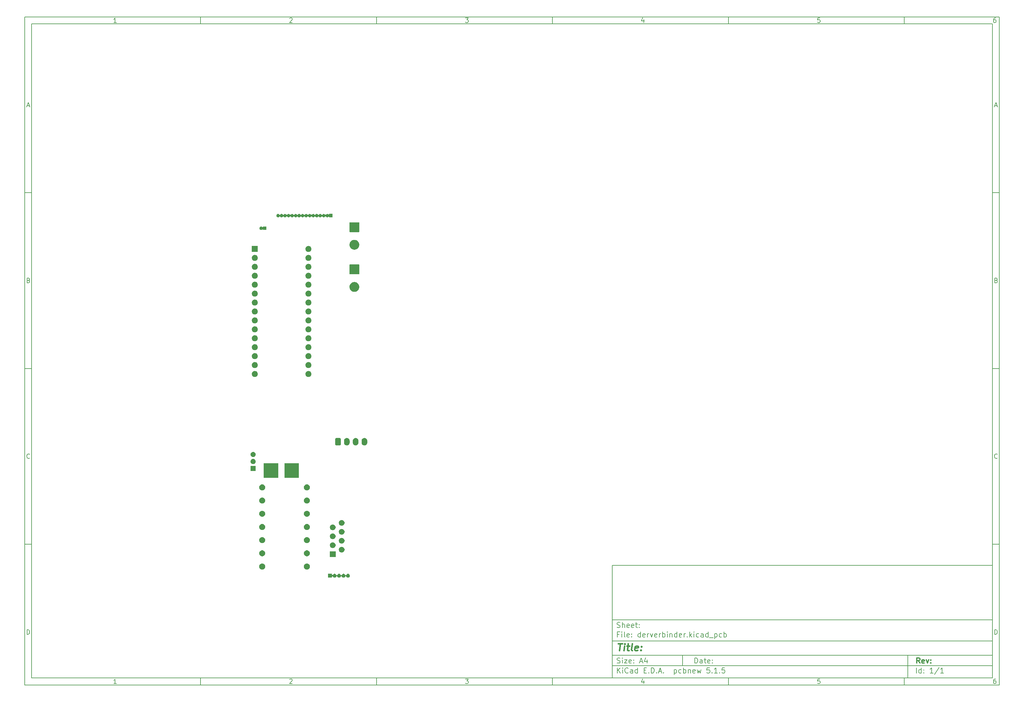
<source format=gbr>
G04 #@! TF.GenerationSoftware,KiCad,Pcbnew,5.1.5*
G04 #@! TF.CreationDate,2019-11-29T13:32:31+01:00*
G04 #@! TF.ProjectId,derverbinder,64657276-6572-4626-996e-6465722e6b69,rev?*
G04 #@! TF.SameCoordinates,Original*
G04 #@! TF.FileFunction,Soldermask,Top*
G04 #@! TF.FilePolarity,Negative*
%FSLAX46Y46*%
G04 Gerber Fmt 4.6, Leading zero omitted, Abs format (unit mm)*
G04 Created by KiCad (PCBNEW 5.1.5) date 2019-11-29 13:32:31*
%MOMM*%
%LPD*%
G04 APERTURE LIST*
%ADD10C,0.100000*%
%ADD11C,0.150000*%
%ADD12C,0.300000*%
%ADD13C,0.400000*%
G04 APERTURE END LIST*
D10*
D11*
X177002200Y-166007200D02*
X177002200Y-198007200D01*
X285002200Y-198007200D01*
X285002200Y-166007200D01*
X177002200Y-166007200D01*
D10*
D11*
X10000000Y-10000000D02*
X10000000Y-200007200D01*
X287002200Y-200007200D01*
X287002200Y-10000000D01*
X10000000Y-10000000D01*
D10*
D11*
X12000000Y-12000000D02*
X12000000Y-198007200D01*
X285002200Y-198007200D01*
X285002200Y-12000000D01*
X12000000Y-12000000D01*
D10*
D11*
X60000000Y-12000000D02*
X60000000Y-10000000D01*
D10*
D11*
X110000000Y-12000000D02*
X110000000Y-10000000D01*
D10*
D11*
X160000000Y-12000000D02*
X160000000Y-10000000D01*
D10*
D11*
X210000000Y-12000000D02*
X210000000Y-10000000D01*
D10*
D11*
X260000000Y-12000000D02*
X260000000Y-10000000D01*
D10*
D11*
X36065476Y-11588095D02*
X35322619Y-11588095D01*
X35694047Y-11588095D02*
X35694047Y-10288095D01*
X35570238Y-10473809D01*
X35446428Y-10597619D01*
X35322619Y-10659523D01*
D10*
D11*
X85322619Y-10411904D02*
X85384523Y-10350000D01*
X85508333Y-10288095D01*
X85817857Y-10288095D01*
X85941666Y-10350000D01*
X86003571Y-10411904D01*
X86065476Y-10535714D01*
X86065476Y-10659523D01*
X86003571Y-10845238D01*
X85260714Y-11588095D01*
X86065476Y-11588095D01*
D10*
D11*
X135260714Y-10288095D02*
X136065476Y-10288095D01*
X135632142Y-10783333D01*
X135817857Y-10783333D01*
X135941666Y-10845238D01*
X136003571Y-10907142D01*
X136065476Y-11030952D01*
X136065476Y-11340476D01*
X136003571Y-11464285D01*
X135941666Y-11526190D01*
X135817857Y-11588095D01*
X135446428Y-11588095D01*
X135322619Y-11526190D01*
X135260714Y-11464285D01*
D10*
D11*
X185941666Y-10721428D02*
X185941666Y-11588095D01*
X185632142Y-10226190D02*
X185322619Y-11154761D01*
X186127380Y-11154761D01*
D10*
D11*
X236003571Y-10288095D02*
X235384523Y-10288095D01*
X235322619Y-10907142D01*
X235384523Y-10845238D01*
X235508333Y-10783333D01*
X235817857Y-10783333D01*
X235941666Y-10845238D01*
X236003571Y-10907142D01*
X236065476Y-11030952D01*
X236065476Y-11340476D01*
X236003571Y-11464285D01*
X235941666Y-11526190D01*
X235817857Y-11588095D01*
X235508333Y-11588095D01*
X235384523Y-11526190D01*
X235322619Y-11464285D01*
D10*
D11*
X285941666Y-10288095D02*
X285694047Y-10288095D01*
X285570238Y-10350000D01*
X285508333Y-10411904D01*
X285384523Y-10597619D01*
X285322619Y-10845238D01*
X285322619Y-11340476D01*
X285384523Y-11464285D01*
X285446428Y-11526190D01*
X285570238Y-11588095D01*
X285817857Y-11588095D01*
X285941666Y-11526190D01*
X286003571Y-11464285D01*
X286065476Y-11340476D01*
X286065476Y-11030952D01*
X286003571Y-10907142D01*
X285941666Y-10845238D01*
X285817857Y-10783333D01*
X285570238Y-10783333D01*
X285446428Y-10845238D01*
X285384523Y-10907142D01*
X285322619Y-11030952D01*
D10*
D11*
X60000000Y-198007200D02*
X60000000Y-200007200D01*
D10*
D11*
X110000000Y-198007200D02*
X110000000Y-200007200D01*
D10*
D11*
X160000000Y-198007200D02*
X160000000Y-200007200D01*
D10*
D11*
X210000000Y-198007200D02*
X210000000Y-200007200D01*
D10*
D11*
X260000000Y-198007200D02*
X260000000Y-200007200D01*
D10*
D11*
X36065476Y-199595295D02*
X35322619Y-199595295D01*
X35694047Y-199595295D02*
X35694047Y-198295295D01*
X35570238Y-198481009D01*
X35446428Y-198604819D01*
X35322619Y-198666723D01*
D10*
D11*
X85322619Y-198419104D02*
X85384523Y-198357200D01*
X85508333Y-198295295D01*
X85817857Y-198295295D01*
X85941666Y-198357200D01*
X86003571Y-198419104D01*
X86065476Y-198542914D01*
X86065476Y-198666723D01*
X86003571Y-198852438D01*
X85260714Y-199595295D01*
X86065476Y-199595295D01*
D10*
D11*
X135260714Y-198295295D02*
X136065476Y-198295295D01*
X135632142Y-198790533D01*
X135817857Y-198790533D01*
X135941666Y-198852438D01*
X136003571Y-198914342D01*
X136065476Y-199038152D01*
X136065476Y-199347676D01*
X136003571Y-199471485D01*
X135941666Y-199533390D01*
X135817857Y-199595295D01*
X135446428Y-199595295D01*
X135322619Y-199533390D01*
X135260714Y-199471485D01*
D10*
D11*
X185941666Y-198728628D02*
X185941666Y-199595295D01*
X185632142Y-198233390D02*
X185322619Y-199161961D01*
X186127380Y-199161961D01*
D10*
D11*
X236003571Y-198295295D02*
X235384523Y-198295295D01*
X235322619Y-198914342D01*
X235384523Y-198852438D01*
X235508333Y-198790533D01*
X235817857Y-198790533D01*
X235941666Y-198852438D01*
X236003571Y-198914342D01*
X236065476Y-199038152D01*
X236065476Y-199347676D01*
X236003571Y-199471485D01*
X235941666Y-199533390D01*
X235817857Y-199595295D01*
X235508333Y-199595295D01*
X235384523Y-199533390D01*
X235322619Y-199471485D01*
D10*
D11*
X285941666Y-198295295D02*
X285694047Y-198295295D01*
X285570238Y-198357200D01*
X285508333Y-198419104D01*
X285384523Y-198604819D01*
X285322619Y-198852438D01*
X285322619Y-199347676D01*
X285384523Y-199471485D01*
X285446428Y-199533390D01*
X285570238Y-199595295D01*
X285817857Y-199595295D01*
X285941666Y-199533390D01*
X286003571Y-199471485D01*
X286065476Y-199347676D01*
X286065476Y-199038152D01*
X286003571Y-198914342D01*
X285941666Y-198852438D01*
X285817857Y-198790533D01*
X285570238Y-198790533D01*
X285446428Y-198852438D01*
X285384523Y-198914342D01*
X285322619Y-199038152D01*
D10*
D11*
X10000000Y-60000000D02*
X12000000Y-60000000D01*
D10*
D11*
X10000000Y-110000000D02*
X12000000Y-110000000D01*
D10*
D11*
X10000000Y-160000000D02*
X12000000Y-160000000D01*
D10*
D11*
X10690476Y-35216666D02*
X11309523Y-35216666D01*
X10566666Y-35588095D02*
X11000000Y-34288095D01*
X11433333Y-35588095D01*
D10*
D11*
X11092857Y-84907142D02*
X11278571Y-84969047D01*
X11340476Y-85030952D01*
X11402380Y-85154761D01*
X11402380Y-85340476D01*
X11340476Y-85464285D01*
X11278571Y-85526190D01*
X11154761Y-85588095D01*
X10659523Y-85588095D01*
X10659523Y-84288095D01*
X11092857Y-84288095D01*
X11216666Y-84350000D01*
X11278571Y-84411904D01*
X11340476Y-84535714D01*
X11340476Y-84659523D01*
X11278571Y-84783333D01*
X11216666Y-84845238D01*
X11092857Y-84907142D01*
X10659523Y-84907142D01*
D10*
D11*
X11402380Y-135464285D02*
X11340476Y-135526190D01*
X11154761Y-135588095D01*
X11030952Y-135588095D01*
X10845238Y-135526190D01*
X10721428Y-135402380D01*
X10659523Y-135278571D01*
X10597619Y-135030952D01*
X10597619Y-134845238D01*
X10659523Y-134597619D01*
X10721428Y-134473809D01*
X10845238Y-134350000D01*
X11030952Y-134288095D01*
X11154761Y-134288095D01*
X11340476Y-134350000D01*
X11402380Y-134411904D01*
D10*
D11*
X10659523Y-185588095D02*
X10659523Y-184288095D01*
X10969047Y-184288095D01*
X11154761Y-184350000D01*
X11278571Y-184473809D01*
X11340476Y-184597619D01*
X11402380Y-184845238D01*
X11402380Y-185030952D01*
X11340476Y-185278571D01*
X11278571Y-185402380D01*
X11154761Y-185526190D01*
X10969047Y-185588095D01*
X10659523Y-185588095D01*
D10*
D11*
X287002200Y-60000000D02*
X285002200Y-60000000D01*
D10*
D11*
X287002200Y-110000000D02*
X285002200Y-110000000D01*
D10*
D11*
X287002200Y-160000000D02*
X285002200Y-160000000D01*
D10*
D11*
X285692676Y-35216666D02*
X286311723Y-35216666D01*
X285568866Y-35588095D02*
X286002200Y-34288095D01*
X286435533Y-35588095D01*
D10*
D11*
X286095057Y-84907142D02*
X286280771Y-84969047D01*
X286342676Y-85030952D01*
X286404580Y-85154761D01*
X286404580Y-85340476D01*
X286342676Y-85464285D01*
X286280771Y-85526190D01*
X286156961Y-85588095D01*
X285661723Y-85588095D01*
X285661723Y-84288095D01*
X286095057Y-84288095D01*
X286218866Y-84350000D01*
X286280771Y-84411904D01*
X286342676Y-84535714D01*
X286342676Y-84659523D01*
X286280771Y-84783333D01*
X286218866Y-84845238D01*
X286095057Y-84907142D01*
X285661723Y-84907142D01*
D10*
D11*
X286404580Y-135464285D02*
X286342676Y-135526190D01*
X286156961Y-135588095D01*
X286033152Y-135588095D01*
X285847438Y-135526190D01*
X285723628Y-135402380D01*
X285661723Y-135278571D01*
X285599819Y-135030952D01*
X285599819Y-134845238D01*
X285661723Y-134597619D01*
X285723628Y-134473809D01*
X285847438Y-134350000D01*
X286033152Y-134288095D01*
X286156961Y-134288095D01*
X286342676Y-134350000D01*
X286404580Y-134411904D01*
D10*
D11*
X285661723Y-185588095D02*
X285661723Y-184288095D01*
X285971247Y-184288095D01*
X286156961Y-184350000D01*
X286280771Y-184473809D01*
X286342676Y-184597619D01*
X286404580Y-184845238D01*
X286404580Y-185030952D01*
X286342676Y-185278571D01*
X286280771Y-185402380D01*
X286156961Y-185526190D01*
X285971247Y-185588095D01*
X285661723Y-185588095D01*
D10*
D11*
X200434342Y-193785771D02*
X200434342Y-192285771D01*
X200791485Y-192285771D01*
X201005771Y-192357200D01*
X201148628Y-192500057D01*
X201220057Y-192642914D01*
X201291485Y-192928628D01*
X201291485Y-193142914D01*
X201220057Y-193428628D01*
X201148628Y-193571485D01*
X201005771Y-193714342D01*
X200791485Y-193785771D01*
X200434342Y-193785771D01*
X202577200Y-193785771D02*
X202577200Y-193000057D01*
X202505771Y-192857200D01*
X202362914Y-192785771D01*
X202077200Y-192785771D01*
X201934342Y-192857200D01*
X202577200Y-193714342D02*
X202434342Y-193785771D01*
X202077200Y-193785771D01*
X201934342Y-193714342D01*
X201862914Y-193571485D01*
X201862914Y-193428628D01*
X201934342Y-193285771D01*
X202077200Y-193214342D01*
X202434342Y-193214342D01*
X202577200Y-193142914D01*
X203077200Y-192785771D02*
X203648628Y-192785771D01*
X203291485Y-192285771D02*
X203291485Y-193571485D01*
X203362914Y-193714342D01*
X203505771Y-193785771D01*
X203648628Y-193785771D01*
X204720057Y-193714342D02*
X204577200Y-193785771D01*
X204291485Y-193785771D01*
X204148628Y-193714342D01*
X204077200Y-193571485D01*
X204077200Y-193000057D01*
X204148628Y-192857200D01*
X204291485Y-192785771D01*
X204577200Y-192785771D01*
X204720057Y-192857200D01*
X204791485Y-193000057D01*
X204791485Y-193142914D01*
X204077200Y-193285771D01*
X205434342Y-193642914D02*
X205505771Y-193714342D01*
X205434342Y-193785771D01*
X205362914Y-193714342D01*
X205434342Y-193642914D01*
X205434342Y-193785771D01*
X205434342Y-192857200D02*
X205505771Y-192928628D01*
X205434342Y-193000057D01*
X205362914Y-192928628D01*
X205434342Y-192857200D01*
X205434342Y-193000057D01*
D10*
D11*
X177002200Y-194507200D02*
X285002200Y-194507200D01*
D10*
D11*
X178434342Y-196585771D02*
X178434342Y-195085771D01*
X179291485Y-196585771D02*
X178648628Y-195728628D01*
X179291485Y-195085771D02*
X178434342Y-195942914D01*
X179934342Y-196585771D02*
X179934342Y-195585771D01*
X179934342Y-195085771D02*
X179862914Y-195157200D01*
X179934342Y-195228628D01*
X180005771Y-195157200D01*
X179934342Y-195085771D01*
X179934342Y-195228628D01*
X181505771Y-196442914D02*
X181434342Y-196514342D01*
X181220057Y-196585771D01*
X181077200Y-196585771D01*
X180862914Y-196514342D01*
X180720057Y-196371485D01*
X180648628Y-196228628D01*
X180577200Y-195942914D01*
X180577200Y-195728628D01*
X180648628Y-195442914D01*
X180720057Y-195300057D01*
X180862914Y-195157200D01*
X181077200Y-195085771D01*
X181220057Y-195085771D01*
X181434342Y-195157200D01*
X181505771Y-195228628D01*
X182791485Y-196585771D02*
X182791485Y-195800057D01*
X182720057Y-195657200D01*
X182577200Y-195585771D01*
X182291485Y-195585771D01*
X182148628Y-195657200D01*
X182791485Y-196514342D02*
X182648628Y-196585771D01*
X182291485Y-196585771D01*
X182148628Y-196514342D01*
X182077200Y-196371485D01*
X182077200Y-196228628D01*
X182148628Y-196085771D01*
X182291485Y-196014342D01*
X182648628Y-196014342D01*
X182791485Y-195942914D01*
X184148628Y-196585771D02*
X184148628Y-195085771D01*
X184148628Y-196514342D02*
X184005771Y-196585771D01*
X183720057Y-196585771D01*
X183577200Y-196514342D01*
X183505771Y-196442914D01*
X183434342Y-196300057D01*
X183434342Y-195871485D01*
X183505771Y-195728628D01*
X183577200Y-195657200D01*
X183720057Y-195585771D01*
X184005771Y-195585771D01*
X184148628Y-195657200D01*
X186005771Y-195800057D02*
X186505771Y-195800057D01*
X186720057Y-196585771D02*
X186005771Y-196585771D01*
X186005771Y-195085771D01*
X186720057Y-195085771D01*
X187362914Y-196442914D02*
X187434342Y-196514342D01*
X187362914Y-196585771D01*
X187291485Y-196514342D01*
X187362914Y-196442914D01*
X187362914Y-196585771D01*
X188077200Y-196585771D02*
X188077200Y-195085771D01*
X188434342Y-195085771D01*
X188648628Y-195157200D01*
X188791485Y-195300057D01*
X188862914Y-195442914D01*
X188934342Y-195728628D01*
X188934342Y-195942914D01*
X188862914Y-196228628D01*
X188791485Y-196371485D01*
X188648628Y-196514342D01*
X188434342Y-196585771D01*
X188077200Y-196585771D01*
X189577200Y-196442914D02*
X189648628Y-196514342D01*
X189577200Y-196585771D01*
X189505771Y-196514342D01*
X189577200Y-196442914D01*
X189577200Y-196585771D01*
X190220057Y-196157200D02*
X190934342Y-196157200D01*
X190077200Y-196585771D02*
X190577200Y-195085771D01*
X191077200Y-196585771D01*
X191577200Y-196442914D02*
X191648628Y-196514342D01*
X191577200Y-196585771D01*
X191505771Y-196514342D01*
X191577200Y-196442914D01*
X191577200Y-196585771D01*
X194577200Y-195585771D02*
X194577200Y-197085771D01*
X194577200Y-195657200D02*
X194720057Y-195585771D01*
X195005771Y-195585771D01*
X195148628Y-195657200D01*
X195220057Y-195728628D01*
X195291485Y-195871485D01*
X195291485Y-196300057D01*
X195220057Y-196442914D01*
X195148628Y-196514342D01*
X195005771Y-196585771D01*
X194720057Y-196585771D01*
X194577200Y-196514342D01*
X196577200Y-196514342D02*
X196434342Y-196585771D01*
X196148628Y-196585771D01*
X196005771Y-196514342D01*
X195934342Y-196442914D01*
X195862914Y-196300057D01*
X195862914Y-195871485D01*
X195934342Y-195728628D01*
X196005771Y-195657200D01*
X196148628Y-195585771D01*
X196434342Y-195585771D01*
X196577200Y-195657200D01*
X197220057Y-196585771D02*
X197220057Y-195085771D01*
X197220057Y-195657200D02*
X197362914Y-195585771D01*
X197648628Y-195585771D01*
X197791485Y-195657200D01*
X197862914Y-195728628D01*
X197934342Y-195871485D01*
X197934342Y-196300057D01*
X197862914Y-196442914D01*
X197791485Y-196514342D01*
X197648628Y-196585771D01*
X197362914Y-196585771D01*
X197220057Y-196514342D01*
X198577200Y-195585771D02*
X198577200Y-196585771D01*
X198577200Y-195728628D02*
X198648628Y-195657200D01*
X198791485Y-195585771D01*
X199005771Y-195585771D01*
X199148628Y-195657200D01*
X199220057Y-195800057D01*
X199220057Y-196585771D01*
X200505771Y-196514342D02*
X200362914Y-196585771D01*
X200077200Y-196585771D01*
X199934342Y-196514342D01*
X199862914Y-196371485D01*
X199862914Y-195800057D01*
X199934342Y-195657200D01*
X200077200Y-195585771D01*
X200362914Y-195585771D01*
X200505771Y-195657200D01*
X200577200Y-195800057D01*
X200577200Y-195942914D01*
X199862914Y-196085771D01*
X201077200Y-195585771D02*
X201362914Y-196585771D01*
X201648628Y-195871485D01*
X201934342Y-196585771D01*
X202220057Y-195585771D01*
X204648628Y-195085771D02*
X203934342Y-195085771D01*
X203862914Y-195800057D01*
X203934342Y-195728628D01*
X204077200Y-195657200D01*
X204434342Y-195657200D01*
X204577200Y-195728628D01*
X204648628Y-195800057D01*
X204720057Y-195942914D01*
X204720057Y-196300057D01*
X204648628Y-196442914D01*
X204577200Y-196514342D01*
X204434342Y-196585771D01*
X204077200Y-196585771D01*
X203934342Y-196514342D01*
X203862914Y-196442914D01*
X205362914Y-196442914D02*
X205434342Y-196514342D01*
X205362914Y-196585771D01*
X205291485Y-196514342D01*
X205362914Y-196442914D01*
X205362914Y-196585771D01*
X206862914Y-196585771D02*
X206005771Y-196585771D01*
X206434342Y-196585771D02*
X206434342Y-195085771D01*
X206291485Y-195300057D01*
X206148628Y-195442914D01*
X206005771Y-195514342D01*
X207505771Y-196442914D02*
X207577200Y-196514342D01*
X207505771Y-196585771D01*
X207434342Y-196514342D01*
X207505771Y-196442914D01*
X207505771Y-196585771D01*
X208934342Y-195085771D02*
X208220057Y-195085771D01*
X208148628Y-195800057D01*
X208220057Y-195728628D01*
X208362914Y-195657200D01*
X208720057Y-195657200D01*
X208862914Y-195728628D01*
X208934342Y-195800057D01*
X209005771Y-195942914D01*
X209005771Y-196300057D01*
X208934342Y-196442914D01*
X208862914Y-196514342D01*
X208720057Y-196585771D01*
X208362914Y-196585771D01*
X208220057Y-196514342D01*
X208148628Y-196442914D01*
D10*
D11*
X177002200Y-191507200D02*
X285002200Y-191507200D01*
D10*
D12*
X264411485Y-193785771D02*
X263911485Y-193071485D01*
X263554342Y-193785771D02*
X263554342Y-192285771D01*
X264125771Y-192285771D01*
X264268628Y-192357200D01*
X264340057Y-192428628D01*
X264411485Y-192571485D01*
X264411485Y-192785771D01*
X264340057Y-192928628D01*
X264268628Y-193000057D01*
X264125771Y-193071485D01*
X263554342Y-193071485D01*
X265625771Y-193714342D02*
X265482914Y-193785771D01*
X265197200Y-193785771D01*
X265054342Y-193714342D01*
X264982914Y-193571485D01*
X264982914Y-193000057D01*
X265054342Y-192857200D01*
X265197200Y-192785771D01*
X265482914Y-192785771D01*
X265625771Y-192857200D01*
X265697200Y-193000057D01*
X265697200Y-193142914D01*
X264982914Y-193285771D01*
X266197200Y-192785771D02*
X266554342Y-193785771D01*
X266911485Y-192785771D01*
X267482914Y-193642914D02*
X267554342Y-193714342D01*
X267482914Y-193785771D01*
X267411485Y-193714342D01*
X267482914Y-193642914D01*
X267482914Y-193785771D01*
X267482914Y-192857200D02*
X267554342Y-192928628D01*
X267482914Y-193000057D01*
X267411485Y-192928628D01*
X267482914Y-192857200D01*
X267482914Y-193000057D01*
D10*
D11*
X178362914Y-193714342D02*
X178577200Y-193785771D01*
X178934342Y-193785771D01*
X179077200Y-193714342D01*
X179148628Y-193642914D01*
X179220057Y-193500057D01*
X179220057Y-193357200D01*
X179148628Y-193214342D01*
X179077200Y-193142914D01*
X178934342Y-193071485D01*
X178648628Y-193000057D01*
X178505771Y-192928628D01*
X178434342Y-192857200D01*
X178362914Y-192714342D01*
X178362914Y-192571485D01*
X178434342Y-192428628D01*
X178505771Y-192357200D01*
X178648628Y-192285771D01*
X179005771Y-192285771D01*
X179220057Y-192357200D01*
X179862914Y-193785771D02*
X179862914Y-192785771D01*
X179862914Y-192285771D02*
X179791485Y-192357200D01*
X179862914Y-192428628D01*
X179934342Y-192357200D01*
X179862914Y-192285771D01*
X179862914Y-192428628D01*
X180434342Y-192785771D02*
X181220057Y-192785771D01*
X180434342Y-193785771D01*
X181220057Y-193785771D01*
X182362914Y-193714342D02*
X182220057Y-193785771D01*
X181934342Y-193785771D01*
X181791485Y-193714342D01*
X181720057Y-193571485D01*
X181720057Y-193000057D01*
X181791485Y-192857200D01*
X181934342Y-192785771D01*
X182220057Y-192785771D01*
X182362914Y-192857200D01*
X182434342Y-193000057D01*
X182434342Y-193142914D01*
X181720057Y-193285771D01*
X183077200Y-193642914D02*
X183148628Y-193714342D01*
X183077200Y-193785771D01*
X183005771Y-193714342D01*
X183077200Y-193642914D01*
X183077200Y-193785771D01*
X183077200Y-192857200D02*
X183148628Y-192928628D01*
X183077200Y-193000057D01*
X183005771Y-192928628D01*
X183077200Y-192857200D01*
X183077200Y-193000057D01*
X184862914Y-193357200D02*
X185577200Y-193357200D01*
X184720057Y-193785771D02*
X185220057Y-192285771D01*
X185720057Y-193785771D01*
X186862914Y-192785771D02*
X186862914Y-193785771D01*
X186505771Y-192214342D02*
X186148628Y-193285771D01*
X187077200Y-193285771D01*
D10*
D11*
X263434342Y-196585771D02*
X263434342Y-195085771D01*
X264791485Y-196585771D02*
X264791485Y-195085771D01*
X264791485Y-196514342D02*
X264648628Y-196585771D01*
X264362914Y-196585771D01*
X264220057Y-196514342D01*
X264148628Y-196442914D01*
X264077200Y-196300057D01*
X264077200Y-195871485D01*
X264148628Y-195728628D01*
X264220057Y-195657200D01*
X264362914Y-195585771D01*
X264648628Y-195585771D01*
X264791485Y-195657200D01*
X265505771Y-196442914D02*
X265577200Y-196514342D01*
X265505771Y-196585771D01*
X265434342Y-196514342D01*
X265505771Y-196442914D01*
X265505771Y-196585771D01*
X265505771Y-195657200D02*
X265577200Y-195728628D01*
X265505771Y-195800057D01*
X265434342Y-195728628D01*
X265505771Y-195657200D01*
X265505771Y-195800057D01*
X268148628Y-196585771D02*
X267291485Y-196585771D01*
X267720057Y-196585771D02*
X267720057Y-195085771D01*
X267577200Y-195300057D01*
X267434342Y-195442914D01*
X267291485Y-195514342D01*
X269862914Y-195014342D02*
X268577200Y-196942914D01*
X271148628Y-196585771D02*
X270291485Y-196585771D01*
X270720057Y-196585771D02*
X270720057Y-195085771D01*
X270577200Y-195300057D01*
X270434342Y-195442914D01*
X270291485Y-195514342D01*
D10*
D11*
X177002200Y-187507200D02*
X285002200Y-187507200D01*
D10*
D13*
X178714580Y-188211961D02*
X179857438Y-188211961D01*
X179036009Y-190211961D02*
X179286009Y-188211961D01*
X180274104Y-190211961D02*
X180440771Y-188878628D01*
X180524104Y-188211961D02*
X180416961Y-188307200D01*
X180500295Y-188402438D01*
X180607438Y-188307200D01*
X180524104Y-188211961D01*
X180500295Y-188402438D01*
X181107438Y-188878628D02*
X181869342Y-188878628D01*
X181476485Y-188211961D02*
X181262200Y-189926247D01*
X181333628Y-190116723D01*
X181512200Y-190211961D01*
X181702676Y-190211961D01*
X182655057Y-190211961D02*
X182476485Y-190116723D01*
X182405057Y-189926247D01*
X182619342Y-188211961D01*
X184190771Y-190116723D02*
X183988390Y-190211961D01*
X183607438Y-190211961D01*
X183428866Y-190116723D01*
X183357438Y-189926247D01*
X183452676Y-189164342D01*
X183571723Y-188973866D01*
X183774104Y-188878628D01*
X184155057Y-188878628D01*
X184333628Y-188973866D01*
X184405057Y-189164342D01*
X184381247Y-189354819D01*
X183405057Y-189545295D01*
X185155057Y-190021485D02*
X185238390Y-190116723D01*
X185131247Y-190211961D01*
X185047914Y-190116723D01*
X185155057Y-190021485D01*
X185131247Y-190211961D01*
X185286009Y-188973866D02*
X185369342Y-189069104D01*
X185262200Y-189164342D01*
X185178866Y-189069104D01*
X185286009Y-188973866D01*
X185262200Y-189164342D01*
D10*
D11*
X178934342Y-185600057D02*
X178434342Y-185600057D01*
X178434342Y-186385771D02*
X178434342Y-184885771D01*
X179148628Y-184885771D01*
X179720057Y-186385771D02*
X179720057Y-185385771D01*
X179720057Y-184885771D02*
X179648628Y-184957200D01*
X179720057Y-185028628D01*
X179791485Y-184957200D01*
X179720057Y-184885771D01*
X179720057Y-185028628D01*
X180648628Y-186385771D02*
X180505771Y-186314342D01*
X180434342Y-186171485D01*
X180434342Y-184885771D01*
X181791485Y-186314342D02*
X181648628Y-186385771D01*
X181362914Y-186385771D01*
X181220057Y-186314342D01*
X181148628Y-186171485D01*
X181148628Y-185600057D01*
X181220057Y-185457200D01*
X181362914Y-185385771D01*
X181648628Y-185385771D01*
X181791485Y-185457200D01*
X181862914Y-185600057D01*
X181862914Y-185742914D01*
X181148628Y-185885771D01*
X182505771Y-186242914D02*
X182577200Y-186314342D01*
X182505771Y-186385771D01*
X182434342Y-186314342D01*
X182505771Y-186242914D01*
X182505771Y-186385771D01*
X182505771Y-185457200D02*
X182577200Y-185528628D01*
X182505771Y-185600057D01*
X182434342Y-185528628D01*
X182505771Y-185457200D01*
X182505771Y-185600057D01*
X185005771Y-186385771D02*
X185005771Y-184885771D01*
X185005771Y-186314342D02*
X184862914Y-186385771D01*
X184577200Y-186385771D01*
X184434342Y-186314342D01*
X184362914Y-186242914D01*
X184291485Y-186100057D01*
X184291485Y-185671485D01*
X184362914Y-185528628D01*
X184434342Y-185457200D01*
X184577200Y-185385771D01*
X184862914Y-185385771D01*
X185005771Y-185457200D01*
X186291485Y-186314342D02*
X186148628Y-186385771D01*
X185862914Y-186385771D01*
X185720057Y-186314342D01*
X185648628Y-186171485D01*
X185648628Y-185600057D01*
X185720057Y-185457200D01*
X185862914Y-185385771D01*
X186148628Y-185385771D01*
X186291485Y-185457200D01*
X186362914Y-185600057D01*
X186362914Y-185742914D01*
X185648628Y-185885771D01*
X187005771Y-186385771D02*
X187005771Y-185385771D01*
X187005771Y-185671485D02*
X187077200Y-185528628D01*
X187148628Y-185457200D01*
X187291485Y-185385771D01*
X187434342Y-185385771D01*
X187791485Y-185385771D02*
X188148628Y-186385771D01*
X188505771Y-185385771D01*
X189648628Y-186314342D02*
X189505771Y-186385771D01*
X189220057Y-186385771D01*
X189077200Y-186314342D01*
X189005771Y-186171485D01*
X189005771Y-185600057D01*
X189077200Y-185457200D01*
X189220057Y-185385771D01*
X189505771Y-185385771D01*
X189648628Y-185457200D01*
X189720057Y-185600057D01*
X189720057Y-185742914D01*
X189005771Y-185885771D01*
X190362914Y-186385771D02*
X190362914Y-185385771D01*
X190362914Y-185671485D02*
X190434342Y-185528628D01*
X190505771Y-185457200D01*
X190648628Y-185385771D01*
X190791485Y-185385771D01*
X191291485Y-186385771D02*
X191291485Y-184885771D01*
X191291485Y-185457200D02*
X191434342Y-185385771D01*
X191720057Y-185385771D01*
X191862914Y-185457200D01*
X191934342Y-185528628D01*
X192005771Y-185671485D01*
X192005771Y-186100057D01*
X191934342Y-186242914D01*
X191862914Y-186314342D01*
X191720057Y-186385771D01*
X191434342Y-186385771D01*
X191291485Y-186314342D01*
X192648628Y-186385771D02*
X192648628Y-185385771D01*
X192648628Y-184885771D02*
X192577200Y-184957200D01*
X192648628Y-185028628D01*
X192720057Y-184957200D01*
X192648628Y-184885771D01*
X192648628Y-185028628D01*
X193362914Y-185385771D02*
X193362914Y-186385771D01*
X193362914Y-185528628D02*
X193434342Y-185457200D01*
X193577200Y-185385771D01*
X193791485Y-185385771D01*
X193934342Y-185457200D01*
X194005771Y-185600057D01*
X194005771Y-186385771D01*
X195362914Y-186385771D02*
X195362914Y-184885771D01*
X195362914Y-186314342D02*
X195220057Y-186385771D01*
X194934342Y-186385771D01*
X194791485Y-186314342D01*
X194720057Y-186242914D01*
X194648628Y-186100057D01*
X194648628Y-185671485D01*
X194720057Y-185528628D01*
X194791485Y-185457200D01*
X194934342Y-185385771D01*
X195220057Y-185385771D01*
X195362914Y-185457200D01*
X196648628Y-186314342D02*
X196505771Y-186385771D01*
X196220057Y-186385771D01*
X196077200Y-186314342D01*
X196005771Y-186171485D01*
X196005771Y-185600057D01*
X196077200Y-185457200D01*
X196220057Y-185385771D01*
X196505771Y-185385771D01*
X196648628Y-185457200D01*
X196720057Y-185600057D01*
X196720057Y-185742914D01*
X196005771Y-185885771D01*
X197362914Y-186385771D02*
X197362914Y-185385771D01*
X197362914Y-185671485D02*
X197434342Y-185528628D01*
X197505771Y-185457200D01*
X197648628Y-185385771D01*
X197791485Y-185385771D01*
X198291485Y-186242914D02*
X198362914Y-186314342D01*
X198291485Y-186385771D01*
X198220057Y-186314342D01*
X198291485Y-186242914D01*
X198291485Y-186385771D01*
X199005771Y-186385771D02*
X199005771Y-184885771D01*
X199148628Y-185814342D02*
X199577200Y-186385771D01*
X199577200Y-185385771D02*
X199005771Y-185957200D01*
X200220057Y-186385771D02*
X200220057Y-185385771D01*
X200220057Y-184885771D02*
X200148628Y-184957200D01*
X200220057Y-185028628D01*
X200291485Y-184957200D01*
X200220057Y-184885771D01*
X200220057Y-185028628D01*
X201577200Y-186314342D02*
X201434342Y-186385771D01*
X201148628Y-186385771D01*
X201005771Y-186314342D01*
X200934342Y-186242914D01*
X200862914Y-186100057D01*
X200862914Y-185671485D01*
X200934342Y-185528628D01*
X201005771Y-185457200D01*
X201148628Y-185385771D01*
X201434342Y-185385771D01*
X201577200Y-185457200D01*
X202862914Y-186385771D02*
X202862914Y-185600057D01*
X202791485Y-185457200D01*
X202648628Y-185385771D01*
X202362914Y-185385771D01*
X202220057Y-185457200D01*
X202862914Y-186314342D02*
X202720057Y-186385771D01*
X202362914Y-186385771D01*
X202220057Y-186314342D01*
X202148628Y-186171485D01*
X202148628Y-186028628D01*
X202220057Y-185885771D01*
X202362914Y-185814342D01*
X202720057Y-185814342D01*
X202862914Y-185742914D01*
X204220057Y-186385771D02*
X204220057Y-184885771D01*
X204220057Y-186314342D02*
X204077200Y-186385771D01*
X203791485Y-186385771D01*
X203648628Y-186314342D01*
X203577200Y-186242914D01*
X203505771Y-186100057D01*
X203505771Y-185671485D01*
X203577200Y-185528628D01*
X203648628Y-185457200D01*
X203791485Y-185385771D01*
X204077200Y-185385771D01*
X204220057Y-185457200D01*
X204577200Y-186528628D02*
X205720057Y-186528628D01*
X206077200Y-185385771D02*
X206077200Y-186885771D01*
X206077200Y-185457200D02*
X206220057Y-185385771D01*
X206505771Y-185385771D01*
X206648628Y-185457200D01*
X206720057Y-185528628D01*
X206791485Y-185671485D01*
X206791485Y-186100057D01*
X206720057Y-186242914D01*
X206648628Y-186314342D01*
X206505771Y-186385771D01*
X206220057Y-186385771D01*
X206077200Y-186314342D01*
X208077200Y-186314342D02*
X207934342Y-186385771D01*
X207648628Y-186385771D01*
X207505771Y-186314342D01*
X207434342Y-186242914D01*
X207362914Y-186100057D01*
X207362914Y-185671485D01*
X207434342Y-185528628D01*
X207505771Y-185457200D01*
X207648628Y-185385771D01*
X207934342Y-185385771D01*
X208077200Y-185457200D01*
X208720057Y-186385771D02*
X208720057Y-184885771D01*
X208720057Y-185457200D02*
X208862914Y-185385771D01*
X209148628Y-185385771D01*
X209291485Y-185457200D01*
X209362914Y-185528628D01*
X209434342Y-185671485D01*
X209434342Y-186100057D01*
X209362914Y-186242914D01*
X209291485Y-186314342D01*
X209148628Y-186385771D01*
X208862914Y-186385771D01*
X208720057Y-186314342D01*
D10*
D11*
X177002200Y-181507200D02*
X285002200Y-181507200D01*
D10*
D11*
X178362914Y-183614342D02*
X178577200Y-183685771D01*
X178934342Y-183685771D01*
X179077200Y-183614342D01*
X179148628Y-183542914D01*
X179220057Y-183400057D01*
X179220057Y-183257200D01*
X179148628Y-183114342D01*
X179077200Y-183042914D01*
X178934342Y-182971485D01*
X178648628Y-182900057D01*
X178505771Y-182828628D01*
X178434342Y-182757200D01*
X178362914Y-182614342D01*
X178362914Y-182471485D01*
X178434342Y-182328628D01*
X178505771Y-182257200D01*
X178648628Y-182185771D01*
X179005771Y-182185771D01*
X179220057Y-182257200D01*
X179862914Y-183685771D02*
X179862914Y-182185771D01*
X180505771Y-183685771D02*
X180505771Y-182900057D01*
X180434342Y-182757200D01*
X180291485Y-182685771D01*
X180077200Y-182685771D01*
X179934342Y-182757200D01*
X179862914Y-182828628D01*
X181791485Y-183614342D02*
X181648628Y-183685771D01*
X181362914Y-183685771D01*
X181220057Y-183614342D01*
X181148628Y-183471485D01*
X181148628Y-182900057D01*
X181220057Y-182757200D01*
X181362914Y-182685771D01*
X181648628Y-182685771D01*
X181791485Y-182757200D01*
X181862914Y-182900057D01*
X181862914Y-183042914D01*
X181148628Y-183185771D01*
X183077200Y-183614342D02*
X182934342Y-183685771D01*
X182648628Y-183685771D01*
X182505771Y-183614342D01*
X182434342Y-183471485D01*
X182434342Y-182900057D01*
X182505771Y-182757200D01*
X182648628Y-182685771D01*
X182934342Y-182685771D01*
X183077200Y-182757200D01*
X183148628Y-182900057D01*
X183148628Y-183042914D01*
X182434342Y-183185771D01*
X183577200Y-182685771D02*
X184148628Y-182685771D01*
X183791485Y-182185771D02*
X183791485Y-183471485D01*
X183862914Y-183614342D01*
X184005771Y-183685771D01*
X184148628Y-183685771D01*
X184648628Y-183542914D02*
X184720057Y-183614342D01*
X184648628Y-183685771D01*
X184577200Y-183614342D01*
X184648628Y-183542914D01*
X184648628Y-183685771D01*
X184648628Y-182757200D02*
X184720057Y-182828628D01*
X184648628Y-182900057D01*
X184577200Y-182828628D01*
X184648628Y-182757200D01*
X184648628Y-182900057D01*
D10*
D11*
X197002200Y-191507200D02*
X197002200Y-194507200D01*
D10*
D11*
X261002200Y-191507200D02*
X261002200Y-198007200D01*
D10*
G36*
X97341000Y-168582218D02*
G01*
X97343402Y-168606604D01*
X97350515Y-168630053D01*
X97362066Y-168651664D01*
X97377611Y-168670606D01*
X97396553Y-168686151D01*
X97418164Y-168697702D01*
X97441613Y-168704815D01*
X97465999Y-168707217D01*
X97490385Y-168704815D01*
X97513834Y-168697702D01*
X97535445Y-168686151D01*
X97554387Y-168670606D01*
X97569932Y-168651664D01*
X97632009Y-168558760D01*
X97632010Y-168558758D01*
X97708758Y-168482010D01*
X97799004Y-168421710D01*
X97799005Y-168421709D01*
X97899279Y-168380174D01*
X98005730Y-168359000D01*
X98114270Y-168359000D01*
X98220721Y-168380174D01*
X98320995Y-168421709D01*
X98320996Y-168421710D01*
X98411242Y-168482010D01*
X98487990Y-168558758D01*
X98487991Y-168558760D01*
X98548291Y-168649005D01*
X98579516Y-168724389D01*
X98591067Y-168746000D01*
X98606612Y-168764941D01*
X98625554Y-168780487D01*
X98647165Y-168792038D01*
X98670614Y-168799151D01*
X98695000Y-168801553D01*
X98719386Y-168799151D01*
X98742835Y-168792038D01*
X98764446Y-168780487D01*
X98783387Y-168764942D01*
X98798933Y-168746000D01*
X98810484Y-168724389D01*
X98841709Y-168649005D01*
X98902009Y-168558760D01*
X98902010Y-168558758D01*
X98978758Y-168482010D01*
X99069004Y-168421710D01*
X99069005Y-168421709D01*
X99169279Y-168380174D01*
X99275730Y-168359000D01*
X99384270Y-168359000D01*
X99490721Y-168380174D01*
X99590995Y-168421709D01*
X99590996Y-168421710D01*
X99681242Y-168482010D01*
X99757990Y-168558758D01*
X99757991Y-168558760D01*
X99818291Y-168649005D01*
X99849516Y-168724389D01*
X99861067Y-168746000D01*
X99876612Y-168764941D01*
X99895554Y-168780487D01*
X99917165Y-168792038D01*
X99940614Y-168799151D01*
X99965000Y-168801553D01*
X99989386Y-168799151D01*
X100012835Y-168792038D01*
X100034446Y-168780487D01*
X100053387Y-168764942D01*
X100068933Y-168746000D01*
X100080484Y-168724389D01*
X100111709Y-168649005D01*
X100172009Y-168558760D01*
X100172010Y-168558758D01*
X100248758Y-168482010D01*
X100339004Y-168421710D01*
X100339005Y-168421709D01*
X100439279Y-168380174D01*
X100545730Y-168359000D01*
X100654270Y-168359000D01*
X100760721Y-168380174D01*
X100860995Y-168421709D01*
X100860996Y-168421710D01*
X100951242Y-168482010D01*
X101027990Y-168558758D01*
X101027991Y-168558760D01*
X101088291Y-168649005D01*
X101119516Y-168724389D01*
X101131067Y-168746000D01*
X101146612Y-168764941D01*
X101165554Y-168780487D01*
X101187165Y-168792038D01*
X101210614Y-168799151D01*
X101235000Y-168801553D01*
X101259386Y-168799151D01*
X101282835Y-168792038D01*
X101304446Y-168780487D01*
X101323387Y-168764942D01*
X101338933Y-168746000D01*
X101350484Y-168724389D01*
X101381709Y-168649005D01*
X101442009Y-168558760D01*
X101442010Y-168558758D01*
X101518758Y-168482010D01*
X101609004Y-168421710D01*
X101609005Y-168421709D01*
X101709279Y-168380174D01*
X101815730Y-168359000D01*
X101924270Y-168359000D01*
X102030721Y-168380174D01*
X102130995Y-168421709D01*
X102130996Y-168421710D01*
X102221242Y-168482010D01*
X102297990Y-168558758D01*
X102297991Y-168558760D01*
X102358291Y-168649005D01*
X102399826Y-168749279D01*
X102421000Y-168855730D01*
X102421000Y-168964270D01*
X102399826Y-169070721D01*
X102358291Y-169170995D01*
X102358290Y-169170996D01*
X102297990Y-169261242D01*
X102221242Y-169337990D01*
X102175812Y-169368345D01*
X102130995Y-169398291D01*
X102030721Y-169439826D01*
X101924270Y-169461000D01*
X101815730Y-169461000D01*
X101709279Y-169439826D01*
X101609005Y-169398291D01*
X101564188Y-169368345D01*
X101518758Y-169337990D01*
X101442010Y-169261242D01*
X101381710Y-169170996D01*
X101381709Y-169170995D01*
X101350484Y-169095611D01*
X101338933Y-169074000D01*
X101323388Y-169055059D01*
X101304446Y-169039513D01*
X101282835Y-169027962D01*
X101259386Y-169020849D01*
X101235000Y-169018447D01*
X101210614Y-169020849D01*
X101187165Y-169027962D01*
X101165554Y-169039513D01*
X101146613Y-169055058D01*
X101131067Y-169074000D01*
X101119516Y-169095611D01*
X101088291Y-169170995D01*
X101088290Y-169170996D01*
X101027990Y-169261242D01*
X100951242Y-169337990D01*
X100905812Y-169368345D01*
X100860995Y-169398291D01*
X100760721Y-169439826D01*
X100654270Y-169461000D01*
X100545730Y-169461000D01*
X100439279Y-169439826D01*
X100339005Y-169398291D01*
X100294188Y-169368345D01*
X100248758Y-169337990D01*
X100172010Y-169261242D01*
X100111710Y-169170996D01*
X100111709Y-169170995D01*
X100080484Y-169095611D01*
X100068933Y-169074000D01*
X100053388Y-169055059D01*
X100034446Y-169039513D01*
X100012835Y-169027962D01*
X99989386Y-169020849D01*
X99965000Y-169018447D01*
X99940614Y-169020849D01*
X99917165Y-169027962D01*
X99895554Y-169039513D01*
X99876613Y-169055058D01*
X99861067Y-169074000D01*
X99849516Y-169095611D01*
X99818291Y-169170995D01*
X99818290Y-169170996D01*
X99757990Y-169261242D01*
X99681242Y-169337990D01*
X99635812Y-169368345D01*
X99590995Y-169398291D01*
X99490721Y-169439826D01*
X99384270Y-169461000D01*
X99275730Y-169461000D01*
X99169279Y-169439826D01*
X99069005Y-169398291D01*
X99024188Y-169368345D01*
X98978758Y-169337990D01*
X98902010Y-169261242D01*
X98841710Y-169170996D01*
X98841709Y-169170995D01*
X98810484Y-169095611D01*
X98798933Y-169074000D01*
X98783388Y-169055059D01*
X98764446Y-169039513D01*
X98742835Y-169027962D01*
X98719386Y-169020849D01*
X98695000Y-169018447D01*
X98670614Y-169020849D01*
X98647165Y-169027962D01*
X98625554Y-169039513D01*
X98606613Y-169055058D01*
X98591067Y-169074000D01*
X98579516Y-169095611D01*
X98548291Y-169170995D01*
X98548290Y-169170996D01*
X98487990Y-169261242D01*
X98411242Y-169337990D01*
X98365812Y-169368345D01*
X98320995Y-169398291D01*
X98220721Y-169439826D01*
X98114270Y-169461000D01*
X98005730Y-169461000D01*
X97899279Y-169439826D01*
X97799005Y-169398291D01*
X97754188Y-169368345D01*
X97708758Y-169337990D01*
X97632010Y-169261242D01*
X97611012Y-169229816D01*
X97569932Y-169168336D01*
X97554386Y-169149394D01*
X97535444Y-169133849D01*
X97513833Y-169122298D01*
X97490385Y-169115185D01*
X97465998Y-169112783D01*
X97441612Y-169115185D01*
X97418163Y-169122298D01*
X97396553Y-169133849D01*
X97377611Y-169149395D01*
X97362066Y-169168337D01*
X97350515Y-169189948D01*
X97343402Y-169213396D01*
X97341000Y-169237782D01*
X97341000Y-169461000D01*
X96239000Y-169461000D01*
X96239000Y-168359000D01*
X97341000Y-168359000D01*
X97341000Y-168582218D01*
G37*
G36*
X90448228Y-165481703D02*
G01*
X90603100Y-165545853D01*
X90742481Y-165638985D01*
X90861015Y-165757519D01*
X90954147Y-165896900D01*
X91018297Y-166051772D01*
X91051000Y-166216184D01*
X91051000Y-166383816D01*
X91018297Y-166548228D01*
X90954147Y-166703100D01*
X90861015Y-166842481D01*
X90742481Y-166961015D01*
X90603100Y-167054147D01*
X90448228Y-167118297D01*
X90283816Y-167151000D01*
X90116184Y-167151000D01*
X89951772Y-167118297D01*
X89796900Y-167054147D01*
X89657519Y-166961015D01*
X89538985Y-166842481D01*
X89445853Y-166703100D01*
X89381703Y-166548228D01*
X89349000Y-166383816D01*
X89349000Y-166216184D01*
X89381703Y-166051772D01*
X89445853Y-165896900D01*
X89538985Y-165757519D01*
X89657519Y-165638985D01*
X89796900Y-165545853D01*
X89951772Y-165481703D01*
X90116184Y-165449000D01*
X90283816Y-165449000D01*
X90448228Y-165481703D01*
G37*
G36*
X77748228Y-165481703D02*
G01*
X77903100Y-165545853D01*
X78042481Y-165638985D01*
X78161015Y-165757519D01*
X78254147Y-165896900D01*
X78318297Y-166051772D01*
X78351000Y-166216184D01*
X78351000Y-166383816D01*
X78318297Y-166548228D01*
X78254147Y-166703100D01*
X78161015Y-166842481D01*
X78042481Y-166961015D01*
X77903100Y-167054147D01*
X77748228Y-167118297D01*
X77583816Y-167151000D01*
X77416184Y-167151000D01*
X77251772Y-167118297D01*
X77096900Y-167054147D01*
X76957519Y-166961015D01*
X76838985Y-166842481D01*
X76745853Y-166703100D01*
X76681703Y-166548228D01*
X76649000Y-166383816D01*
X76649000Y-166216184D01*
X76681703Y-166051772D01*
X76745853Y-165896900D01*
X76838985Y-165757519D01*
X76957519Y-165638985D01*
X77096900Y-165545853D01*
X77251772Y-165481703D01*
X77416184Y-165449000D01*
X77583816Y-165449000D01*
X77748228Y-165481703D01*
G37*
G36*
X98373000Y-163583000D02*
G01*
X96747000Y-163583000D01*
X96747000Y-161957000D01*
X98373000Y-161957000D01*
X98373000Y-163583000D01*
G37*
G36*
X77748228Y-161731703D02*
G01*
X77903100Y-161795853D01*
X78042481Y-161888985D01*
X78161015Y-162007519D01*
X78254147Y-162146900D01*
X78318297Y-162301772D01*
X78351000Y-162466184D01*
X78351000Y-162633816D01*
X78318297Y-162798228D01*
X78254147Y-162953100D01*
X78161015Y-163092481D01*
X78042481Y-163211015D01*
X77903100Y-163304147D01*
X77748228Y-163368297D01*
X77583816Y-163401000D01*
X77416184Y-163401000D01*
X77251772Y-163368297D01*
X77096900Y-163304147D01*
X76957519Y-163211015D01*
X76838985Y-163092481D01*
X76745853Y-162953100D01*
X76681703Y-162798228D01*
X76649000Y-162633816D01*
X76649000Y-162466184D01*
X76681703Y-162301772D01*
X76745853Y-162146900D01*
X76838985Y-162007519D01*
X76957519Y-161888985D01*
X77096900Y-161795853D01*
X77251772Y-161731703D01*
X77416184Y-161699000D01*
X77583816Y-161699000D01*
X77748228Y-161731703D01*
G37*
G36*
X90448228Y-161731703D02*
G01*
X90603100Y-161795853D01*
X90742481Y-161888985D01*
X90861015Y-162007519D01*
X90954147Y-162146900D01*
X91018297Y-162301772D01*
X91051000Y-162466184D01*
X91051000Y-162633816D01*
X91018297Y-162798228D01*
X90954147Y-162953100D01*
X90861015Y-163092481D01*
X90742481Y-163211015D01*
X90603100Y-163304147D01*
X90448228Y-163368297D01*
X90283816Y-163401000D01*
X90116184Y-163401000D01*
X89951772Y-163368297D01*
X89796900Y-163304147D01*
X89657519Y-163211015D01*
X89538985Y-163092481D01*
X89445853Y-162953100D01*
X89381703Y-162798228D01*
X89349000Y-162633816D01*
X89349000Y-162466184D01*
X89381703Y-162301772D01*
X89445853Y-162146900D01*
X89538985Y-162007519D01*
X89657519Y-161888985D01*
X89796900Y-161795853D01*
X89951772Y-161731703D01*
X90116184Y-161699000D01*
X90283816Y-161699000D01*
X90448228Y-161731703D01*
G37*
G36*
X100337142Y-160718242D02*
G01*
X100485101Y-160779529D01*
X100618255Y-160868499D01*
X100731501Y-160981745D01*
X100820471Y-161114899D01*
X100881758Y-161262858D01*
X100913000Y-161419925D01*
X100913000Y-161580075D01*
X100881758Y-161737142D01*
X100820471Y-161885101D01*
X100731501Y-162018255D01*
X100618255Y-162131501D01*
X100485101Y-162220471D01*
X100337142Y-162281758D01*
X100180075Y-162313000D01*
X100019925Y-162313000D01*
X99862858Y-162281758D01*
X99714899Y-162220471D01*
X99581745Y-162131501D01*
X99468499Y-162018255D01*
X99379529Y-161885101D01*
X99318242Y-161737142D01*
X99287000Y-161580075D01*
X99287000Y-161419925D01*
X99318242Y-161262858D01*
X99379529Y-161114899D01*
X99468499Y-160981745D01*
X99581745Y-160868499D01*
X99714899Y-160779529D01*
X99862858Y-160718242D01*
X100019925Y-160687000D01*
X100180075Y-160687000D01*
X100337142Y-160718242D01*
G37*
G36*
X97797142Y-159448242D02*
G01*
X97945101Y-159509529D01*
X98078255Y-159598499D01*
X98191501Y-159711745D01*
X98280471Y-159844899D01*
X98341758Y-159992858D01*
X98373000Y-160149925D01*
X98373000Y-160310075D01*
X98341758Y-160467142D01*
X98280471Y-160615101D01*
X98191501Y-160748255D01*
X98078255Y-160861501D01*
X97945101Y-160950471D01*
X97797142Y-161011758D01*
X97640075Y-161043000D01*
X97479925Y-161043000D01*
X97322858Y-161011758D01*
X97174899Y-160950471D01*
X97041745Y-160861501D01*
X96928499Y-160748255D01*
X96839529Y-160615101D01*
X96778242Y-160467142D01*
X96747000Y-160310075D01*
X96747000Y-160149925D01*
X96778242Y-159992858D01*
X96839529Y-159844899D01*
X96928499Y-159711745D01*
X97041745Y-159598499D01*
X97174899Y-159509529D01*
X97322858Y-159448242D01*
X97479925Y-159417000D01*
X97640075Y-159417000D01*
X97797142Y-159448242D01*
G37*
G36*
X100337142Y-158178242D02*
G01*
X100485101Y-158239529D01*
X100618255Y-158328499D01*
X100731501Y-158441745D01*
X100820471Y-158574899D01*
X100881758Y-158722858D01*
X100913000Y-158879925D01*
X100913000Y-159040075D01*
X100881758Y-159197142D01*
X100820471Y-159345101D01*
X100731501Y-159478255D01*
X100618255Y-159591501D01*
X100485101Y-159680471D01*
X100337142Y-159741758D01*
X100180075Y-159773000D01*
X100019925Y-159773000D01*
X99862858Y-159741758D01*
X99714899Y-159680471D01*
X99581745Y-159591501D01*
X99468499Y-159478255D01*
X99379529Y-159345101D01*
X99318242Y-159197142D01*
X99287000Y-159040075D01*
X99287000Y-158879925D01*
X99318242Y-158722858D01*
X99379529Y-158574899D01*
X99468499Y-158441745D01*
X99581745Y-158328499D01*
X99714899Y-158239529D01*
X99862858Y-158178242D01*
X100019925Y-158147000D01*
X100180075Y-158147000D01*
X100337142Y-158178242D01*
G37*
G36*
X90448228Y-157981703D02*
G01*
X90603100Y-158045853D01*
X90742481Y-158138985D01*
X90861015Y-158257519D01*
X90954147Y-158396900D01*
X91018297Y-158551772D01*
X91051000Y-158716184D01*
X91051000Y-158883816D01*
X91018297Y-159048228D01*
X90954147Y-159203100D01*
X90861015Y-159342481D01*
X90742481Y-159461015D01*
X90603100Y-159554147D01*
X90448228Y-159618297D01*
X90283816Y-159651000D01*
X90116184Y-159651000D01*
X89951772Y-159618297D01*
X89796900Y-159554147D01*
X89657519Y-159461015D01*
X89538985Y-159342481D01*
X89445853Y-159203100D01*
X89381703Y-159048228D01*
X89349000Y-158883816D01*
X89349000Y-158716184D01*
X89381703Y-158551772D01*
X89445853Y-158396900D01*
X89538985Y-158257519D01*
X89657519Y-158138985D01*
X89796900Y-158045853D01*
X89951772Y-157981703D01*
X90116184Y-157949000D01*
X90283816Y-157949000D01*
X90448228Y-157981703D01*
G37*
G36*
X77748228Y-157981703D02*
G01*
X77903100Y-158045853D01*
X78042481Y-158138985D01*
X78161015Y-158257519D01*
X78254147Y-158396900D01*
X78318297Y-158551772D01*
X78351000Y-158716184D01*
X78351000Y-158883816D01*
X78318297Y-159048228D01*
X78254147Y-159203100D01*
X78161015Y-159342481D01*
X78042481Y-159461015D01*
X77903100Y-159554147D01*
X77748228Y-159618297D01*
X77583816Y-159651000D01*
X77416184Y-159651000D01*
X77251772Y-159618297D01*
X77096900Y-159554147D01*
X76957519Y-159461015D01*
X76838985Y-159342481D01*
X76745853Y-159203100D01*
X76681703Y-159048228D01*
X76649000Y-158883816D01*
X76649000Y-158716184D01*
X76681703Y-158551772D01*
X76745853Y-158396900D01*
X76838985Y-158257519D01*
X76957519Y-158138985D01*
X77096900Y-158045853D01*
X77251772Y-157981703D01*
X77416184Y-157949000D01*
X77583816Y-157949000D01*
X77748228Y-157981703D01*
G37*
G36*
X97797142Y-156908242D02*
G01*
X97945101Y-156969529D01*
X98078255Y-157058499D01*
X98191501Y-157171745D01*
X98280471Y-157304899D01*
X98341758Y-157452858D01*
X98373000Y-157609925D01*
X98373000Y-157770075D01*
X98341758Y-157927142D01*
X98280471Y-158075101D01*
X98191501Y-158208255D01*
X98078255Y-158321501D01*
X97945101Y-158410471D01*
X97797142Y-158471758D01*
X97640075Y-158503000D01*
X97479925Y-158503000D01*
X97322858Y-158471758D01*
X97174899Y-158410471D01*
X97041745Y-158321501D01*
X96928499Y-158208255D01*
X96839529Y-158075101D01*
X96778242Y-157927142D01*
X96747000Y-157770075D01*
X96747000Y-157609925D01*
X96778242Y-157452858D01*
X96839529Y-157304899D01*
X96928499Y-157171745D01*
X97041745Y-157058499D01*
X97174899Y-156969529D01*
X97322858Y-156908242D01*
X97479925Y-156877000D01*
X97640075Y-156877000D01*
X97797142Y-156908242D01*
G37*
G36*
X100337142Y-155638242D02*
G01*
X100485101Y-155699529D01*
X100618255Y-155788499D01*
X100731501Y-155901745D01*
X100820471Y-156034899D01*
X100881758Y-156182858D01*
X100913000Y-156339925D01*
X100913000Y-156500075D01*
X100881758Y-156657142D01*
X100820471Y-156805101D01*
X100731501Y-156938255D01*
X100618255Y-157051501D01*
X100485101Y-157140471D01*
X100337142Y-157201758D01*
X100180075Y-157233000D01*
X100019925Y-157233000D01*
X99862858Y-157201758D01*
X99714899Y-157140471D01*
X99581745Y-157051501D01*
X99468499Y-156938255D01*
X99379529Y-156805101D01*
X99318242Y-156657142D01*
X99287000Y-156500075D01*
X99287000Y-156339925D01*
X99318242Y-156182858D01*
X99379529Y-156034899D01*
X99468499Y-155901745D01*
X99581745Y-155788499D01*
X99714899Y-155699529D01*
X99862858Y-155638242D01*
X100019925Y-155607000D01*
X100180075Y-155607000D01*
X100337142Y-155638242D01*
G37*
G36*
X97797142Y-154368242D02*
G01*
X97945101Y-154429529D01*
X98078255Y-154518499D01*
X98191501Y-154631745D01*
X98280471Y-154764899D01*
X98341758Y-154912858D01*
X98373000Y-155069925D01*
X98373000Y-155230075D01*
X98341758Y-155387142D01*
X98280471Y-155535101D01*
X98191501Y-155668255D01*
X98078255Y-155781501D01*
X97945101Y-155870471D01*
X97797142Y-155931758D01*
X97640075Y-155963000D01*
X97479925Y-155963000D01*
X97322858Y-155931758D01*
X97174899Y-155870471D01*
X97041745Y-155781501D01*
X96928499Y-155668255D01*
X96839529Y-155535101D01*
X96778242Y-155387142D01*
X96747000Y-155230075D01*
X96747000Y-155069925D01*
X96778242Y-154912858D01*
X96839529Y-154764899D01*
X96928499Y-154631745D01*
X97041745Y-154518499D01*
X97174899Y-154429529D01*
X97322858Y-154368242D01*
X97479925Y-154337000D01*
X97640075Y-154337000D01*
X97797142Y-154368242D01*
G37*
G36*
X77748228Y-154231703D02*
G01*
X77903100Y-154295853D01*
X78042481Y-154388985D01*
X78161015Y-154507519D01*
X78254147Y-154646900D01*
X78318297Y-154801772D01*
X78351000Y-154966184D01*
X78351000Y-155133816D01*
X78318297Y-155298228D01*
X78254147Y-155453100D01*
X78161015Y-155592481D01*
X78042481Y-155711015D01*
X77903100Y-155804147D01*
X77748228Y-155868297D01*
X77583816Y-155901000D01*
X77416184Y-155901000D01*
X77251772Y-155868297D01*
X77096900Y-155804147D01*
X76957519Y-155711015D01*
X76838985Y-155592481D01*
X76745853Y-155453100D01*
X76681703Y-155298228D01*
X76649000Y-155133816D01*
X76649000Y-154966184D01*
X76681703Y-154801772D01*
X76745853Y-154646900D01*
X76838985Y-154507519D01*
X76957519Y-154388985D01*
X77096900Y-154295853D01*
X77251772Y-154231703D01*
X77416184Y-154199000D01*
X77583816Y-154199000D01*
X77748228Y-154231703D01*
G37*
G36*
X90448228Y-154231703D02*
G01*
X90603100Y-154295853D01*
X90742481Y-154388985D01*
X90861015Y-154507519D01*
X90954147Y-154646900D01*
X91018297Y-154801772D01*
X91051000Y-154966184D01*
X91051000Y-155133816D01*
X91018297Y-155298228D01*
X90954147Y-155453100D01*
X90861015Y-155592481D01*
X90742481Y-155711015D01*
X90603100Y-155804147D01*
X90448228Y-155868297D01*
X90283816Y-155901000D01*
X90116184Y-155901000D01*
X89951772Y-155868297D01*
X89796900Y-155804147D01*
X89657519Y-155711015D01*
X89538985Y-155592481D01*
X89445853Y-155453100D01*
X89381703Y-155298228D01*
X89349000Y-155133816D01*
X89349000Y-154966184D01*
X89381703Y-154801772D01*
X89445853Y-154646900D01*
X89538985Y-154507519D01*
X89657519Y-154388985D01*
X89796900Y-154295853D01*
X89951772Y-154231703D01*
X90116184Y-154199000D01*
X90283816Y-154199000D01*
X90448228Y-154231703D01*
G37*
G36*
X100337142Y-153098242D02*
G01*
X100485101Y-153159529D01*
X100618255Y-153248499D01*
X100731501Y-153361745D01*
X100820471Y-153494899D01*
X100881758Y-153642858D01*
X100913000Y-153799925D01*
X100913000Y-153960075D01*
X100881758Y-154117142D01*
X100820471Y-154265101D01*
X100731501Y-154398255D01*
X100618255Y-154511501D01*
X100485101Y-154600471D01*
X100337142Y-154661758D01*
X100180075Y-154693000D01*
X100019925Y-154693000D01*
X99862858Y-154661758D01*
X99714899Y-154600471D01*
X99581745Y-154511501D01*
X99468499Y-154398255D01*
X99379529Y-154265101D01*
X99318242Y-154117142D01*
X99287000Y-153960075D01*
X99287000Y-153799925D01*
X99318242Y-153642858D01*
X99379529Y-153494899D01*
X99468499Y-153361745D01*
X99581745Y-153248499D01*
X99714899Y-153159529D01*
X99862858Y-153098242D01*
X100019925Y-153067000D01*
X100180075Y-153067000D01*
X100337142Y-153098242D01*
G37*
G36*
X90448228Y-150481703D02*
G01*
X90603100Y-150545853D01*
X90742481Y-150638985D01*
X90861015Y-150757519D01*
X90954147Y-150896900D01*
X91018297Y-151051772D01*
X91051000Y-151216184D01*
X91051000Y-151383816D01*
X91018297Y-151548228D01*
X90954147Y-151703100D01*
X90861015Y-151842481D01*
X90742481Y-151961015D01*
X90603100Y-152054147D01*
X90448228Y-152118297D01*
X90283816Y-152151000D01*
X90116184Y-152151000D01*
X89951772Y-152118297D01*
X89796900Y-152054147D01*
X89657519Y-151961015D01*
X89538985Y-151842481D01*
X89445853Y-151703100D01*
X89381703Y-151548228D01*
X89349000Y-151383816D01*
X89349000Y-151216184D01*
X89381703Y-151051772D01*
X89445853Y-150896900D01*
X89538985Y-150757519D01*
X89657519Y-150638985D01*
X89796900Y-150545853D01*
X89951772Y-150481703D01*
X90116184Y-150449000D01*
X90283816Y-150449000D01*
X90448228Y-150481703D01*
G37*
G36*
X77748228Y-150481703D02*
G01*
X77903100Y-150545853D01*
X78042481Y-150638985D01*
X78161015Y-150757519D01*
X78254147Y-150896900D01*
X78318297Y-151051772D01*
X78351000Y-151216184D01*
X78351000Y-151383816D01*
X78318297Y-151548228D01*
X78254147Y-151703100D01*
X78161015Y-151842481D01*
X78042481Y-151961015D01*
X77903100Y-152054147D01*
X77748228Y-152118297D01*
X77583816Y-152151000D01*
X77416184Y-152151000D01*
X77251772Y-152118297D01*
X77096900Y-152054147D01*
X76957519Y-151961015D01*
X76838985Y-151842481D01*
X76745853Y-151703100D01*
X76681703Y-151548228D01*
X76649000Y-151383816D01*
X76649000Y-151216184D01*
X76681703Y-151051772D01*
X76745853Y-150896900D01*
X76838985Y-150757519D01*
X76957519Y-150638985D01*
X77096900Y-150545853D01*
X77251772Y-150481703D01*
X77416184Y-150449000D01*
X77583816Y-150449000D01*
X77748228Y-150481703D01*
G37*
G36*
X90448228Y-146731703D02*
G01*
X90603100Y-146795853D01*
X90742481Y-146888985D01*
X90861015Y-147007519D01*
X90954147Y-147146900D01*
X91018297Y-147301772D01*
X91051000Y-147466184D01*
X91051000Y-147633816D01*
X91018297Y-147798228D01*
X90954147Y-147953100D01*
X90861015Y-148092481D01*
X90742481Y-148211015D01*
X90603100Y-148304147D01*
X90448228Y-148368297D01*
X90283816Y-148401000D01*
X90116184Y-148401000D01*
X89951772Y-148368297D01*
X89796900Y-148304147D01*
X89657519Y-148211015D01*
X89538985Y-148092481D01*
X89445853Y-147953100D01*
X89381703Y-147798228D01*
X89349000Y-147633816D01*
X89349000Y-147466184D01*
X89381703Y-147301772D01*
X89445853Y-147146900D01*
X89538985Y-147007519D01*
X89657519Y-146888985D01*
X89796900Y-146795853D01*
X89951772Y-146731703D01*
X90116184Y-146699000D01*
X90283816Y-146699000D01*
X90448228Y-146731703D01*
G37*
G36*
X77748228Y-146731703D02*
G01*
X77903100Y-146795853D01*
X78042481Y-146888985D01*
X78161015Y-147007519D01*
X78254147Y-147146900D01*
X78318297Y-147301772D01*
X78351000Y-147466184D01*
X78351000Y-147633816D01*
X78318297Y-147798228D01*
X78254147Y-147953100D01*
X78161015Y-148092481D01*
X78042481Y-148211015D01*
X77903100Y-148304147D01*
X77748228Y-148368297D01*
X77583816Y-148401000D01*
X77416184Y-148401000D01*
X77251772Y-148368297D01*
X77096900Y-148304147D01*
X76957519Y-148211015D01*
X76838985Y-148092481D01*
X76745853Y-147953100D01*
X76681703Y-147798228D01*
X76649000Y-147633816D01*
X76649000Y-147466184D01*
X76681703Y-147301772D01*
X76745853Y-147146900D01*
X76838985Y-147007519D01*
X76957519Y-146888985D01*
X77096900Y-146795853D01*
X77251772Y-146731703D01*
X77416184Y-146699000D01*
X77583816Y-146699000D01*
X77748228Y-146731703D01*
G37*
G36*
X90448228Y-142981703D02*
G01*
X90603100Y-143045853D01*
X90742481Y-143138985D01*
X90861015Y-143257519D01*
X90954147Y-143396900D01*
X91018297Y-143551772D01*
X91051000Y-143716184D01*
X91051000Y-143883816D01*
X91018297Y-144048228D01*
X90954147Y-144203100D01*
X90861015Y-144342481D01*
X90742481Y-144461015D01*
X90603100Y-144554147D01*
X90448228Y-144618297D01*
X90283816Y-144651000D01*
X90116184Y-144651000D01*
X89951772Y-144618297D01*
X89796900Y-144554147D01*
X89657519Y-144461015D01*
X89538985Y-144342481D01*
X89445853Y-144203100D01*
X89381703Y-144048228D01*
X89349000Y-143883816D01*
X89349000Y-143716184D01*
X89381703Y-143551772D01*
X89445853Y-143396900D01*
X89538985Y-143257519D01*
X89657519Y-143138985D01*
X89796900Y-143045853D01*
X89951772Y-142981703D01*
X90116184Y-142949000D01*
X90283816Y-142949000D01*
X90448228Y-142981703D01*
G37*
G36*
X77748228Y-142981703D02*
G01*
X77903100Y-143045853D01*
X78042481Y-143138985D01*
X78161015Y-143257519D01*
X78254147Y-143396900D01*
X78318297Y-143551772D01*
X78351000Y-143716184D01*
X78351000Y-143883816D01*
X78318297Y-144048228D01*
X78254147Y-144203100D01*
X78161015Y-144342481D01*
X78042481Y-144461015D01*
X77903100Y-144554147D01*
X77748228Y-144618297D01*
X77583816Y-144651000D01*
X77416184Y-144651000D01*
X77251772Y-144618297D01*
X77096900Y-144554147D01*
X76957519Y-144461015D01*
X76838985Y-144342481D01*
X76745853Y-144203100D01*
X76681703Y-144048228D01*
X76649000Y-143883816D01*
X76649000Y-143716184D01*
X76681703Y-143551772D01*
X76745853Y-143396900D01*
X76838985Y-143257519D01*
X76957519Y-143138985D01*
X77096900Y-143045853D01*
X77251772Y-142981703D01*
X77416184Y-142949000D01*
X77583816Y-142949000D01*
X77748228Y-142981703D01*
G37*
G36*
X87951000Y-141051000D02*
G01*
X83849000Y-141051000D01*
X83849000Y-136949000D01*
X87951000Y-136949000D01*
X87951000Y-141051000D01*
G37*
G36*
X82051000Y-141051000D02*
G01*
X77949000Y-141051000D01*
X77949000Y-136949000D01*
X82051000Y-136949000D01*
X82051000Y-141051000D01*
G37*
G36*
X75656000Y-139156000D02*
G01*
X74204000Y-139156000D01*
X74204000Y-137704000D01*
X75656000Y-137704000D01*
X75656000Y-139156000D01*
G37*
G36*
X75141766Y-135731899D02*
G01*
X75273888Y-135786626D01*
X75273890Y-135786627D01*
X75392798Y-135866079D01*
X75493921Y-135967202D01*
X75493922Y-135967204D01*
X75573374Y-136086112D01*
X75628101Y-136218234D01*
X75656000Y-136358494D01*
X75656000Y-136501506D01*
X75628101Y-136641766D01*
X75573374Y-136773888D01*
X75573373Y-136773890D01*
X75493921Y-136892798D01*
X75392798Y-136993921D01*
X75273890Y-137073373D01*
X75273889Y-137073374D01*
X75273888Y-137073374D01*
X75141766Y-137128101D01*
X75001506Y-137156000D01*
X74858494Y-137156000D01*
X74718234Y-137128101D01*
X74586112Y-137073374D01*
X74586111Y-137073374D01*
X74586110Y-137073373D01*
X74467202Y-136993921D01*
X74366079Y-136892798D01*
X74286627Y-136773890D01*
X74286626Y-136773888D01*
X74231899Y-136641766D01*
X74204000Y-136501506D01*
X74204000Y-136358494D01*
X74231899Y-136218234D01*
X74286626Y-136086112D01*
X74366078Y-135967204D01*
X74366079Y-135967202D01*
X74467202Y-135866079D01*
X74586110Y-135786627D01*
X74586112Y-135786626D01*
X74718234Y-135731899D01*
X74858494Y-135704000D01*
X75001506Y-135704000D01*
X75141766Y-135731899D01*
G37*
G36*
X75141766Y-133731899D02*
G01*
X75273888Y-133786626D01*
X75273890Y-133786627D01*
X75392798Y-133866079D01*
X75493921Y-133967202D01*
X75493922Y-133967204D01*
X75573374Y-134086112D01*
X75628101Y-134218234D01*
X75656000Y-134358494D01*
X75656000Y-134501506D01*
X75628101Y-134641766D01*
X75573374Y-134773888D01*
X75573373Y-134773890D01*
X75493921Y-134892798D01*
X75392798Y-134993921D01*
X75273890Y-135073373D01*
X75273889Y-135073374D01*
X75273888Y-135073374D01*
X75141766Y-135128101D01*
X75001506Y-135156000D01*
X74858494Y-135156000D01*
X74718234Y-135128101D01*
X74586112Y-135073374D01*
X74586111Y-135073374D01*
X74586110Y-135073373D01*
X74467202Y-134993921D01*
X74366079Y-134892798D01*
X74286627Y-134773890D01*
X74286626Y-134773888D01*
X74231899Y-134641766D01*
X74204000Y-134501506D01*
X74204000Y-134358494D01*
X74231899Y-134218234D01*
X74286626Y-134086112D01*
X74366078Y-133967204D01*
X74366079Y-133967202D01*
X74467202Y-133866079D01*
X74586110Y-133786627D01*
X74586112Y-133786626D01*
X74718234Y-133731899D01*
X74858494Y-133704000D01*
X75001506Y-133704000D01*
X75141766Y-133731899D01*
G37*
G36*
X104217022Y-129770590D02*
G01*
X104317681Y-129801125D01*
X104368012Y-129816392D01*
X104446649Y-129858425D01*
X104507164Y-129890771D01*
X104629133Y-129990867D01*
X104662214Y-130031177D01*
X104729229Y-130112835D01*
X104803608Y-130251987D01*
X104818875Y-130302318D01*
X104849410Y-130402977D01*
X104861000Y-130520655D01*
X104861000Y-131099345D01*
X104849410Y-131217023D01*
X104818875Y-131317682D01*
X104803608Y-131368013D01*
X104729229Y-131507165D01*
X104629133Y-131629133D01*
X104507165Y-131729229D01*
X104368013Y-131803608D01*
X104317682Y-131818875D01*
X104217023Y-131849410D01*
X104060000Y-131864875D01*
X103902978Y-131849410D01*
X103802319Y-131818875D01*
X103751988Y-131803608D01*
X103612836Y-131729229D01*
X103490868Y-131629133D01*
X103478256Y-131613765D01*
X103390771Y-131507165D01*
X103335607Y-131403961D01*
X103316392Y-131368013D01*
X103301125Y-131317682D01*
X103270590Y-131217023D01*
X103259000Y-131099345D01*
X103259000Y-130520656D01*
X103270590Y-130402978D01*
X103316392Y-130251989D01*
X103316392Y-130251988D01*
X103390771Y-130112836D01*
X103398730Y-130103138D01*
X103490867Y-129990867D01*
X103612835Y-129890771D01*
X103673350Y-129858425D01*
X103751987Y-129816392D01*
X103802318Y-129801125D01*
X103902977Y-129770590D01*
X104060000Y-129755125D01*
X104217022Y-129770590D01*
G37*
G36*
X106717022Y-129770590D02*
G01*
X106817681Y-129801125D01*
X106868012Y-129816392D01*
X106946649Y-129858425D01*
X107007164Y-129890771D01*
X107129133Y-129990867D01*
X107162214Y-130031177D01*
X107229229Y-130112835D01*
X107303608Y-130251987D01*
X107318875Y-130302318D01*
X107349410Y-130402977D01*
X107361000Y-130520655D01*
X107361000Y-131099345D01*
X107349410Y-131217023D01*
X107318875Y-131317682D01*
X107303608Y-131368013D01*
X107229229Y-131507165D01*
X107129133Y-131629133D01*
X107007165Y-131729229D01*
X106868013Y-131803608D01*
X106817682Y-131818875D01*
X106717023Y-131849410D01*
X106560000Y-131864875D01*
X106402978Y-131849410D01*
X106302319Y-131818875D01*
X106251988Y-131803608D01*
X106112836Y-131729229D01*
X105990868Y-131629133D01*
X105978256Y-131613765D01*
X105890771Y-131507165D01*
X105835607Y-131403961D01*
X105816392Y-131368013D01*
X105801125Y-131317682D01*
X105770590Y-131217023D01*
X105759000Y-131099345D01*
X105759000Y-130520656D01*
X105770590Y-130402978D01*
X105816392Y-130251989D01*
X105816392Y-130251988D01*
X105890771Y-130112836D01*
X105898730Y-130103138D01*
X105990867Y-129990867D01*
X106112835Y-129890771D01*
X106173350Y-129858425D01*
X106251987Y-129816392D01*
X106302318Y-129801125D01*
X106402977Y-129770590D01*
X106560000Y-129755125D01*
X106717022Y-129770590D01*
G37*
G36*
X101717022Y-129770590D02*
G01*
X101817681Y-129801125D01*
X101868012Y-129816392D01*
X101946649Y-129858425D01*
X102007164Y-129890771D01*
X102129133Y-129990867D01*
X102162214Y-130031177D01*
X102229229Y-130112835D01*
X102303608Y-130251987D01*
X102318875Y-130302318D01*
X102349410Y-130402977D01*
X102361000Y-130520655D01*
X102361000Y-131099345D01*
X102349410Y-131217023D01*
X102318875Y-131317682D01*
X102303608Y-131368013D01*
X102229229Y-131507165D01*
X102129133Y-131629133D01*
X102007165Y-131729229D01*
X101868013Y-131803608D01*
X101817682Y-131818875D01*
X101717023Y-131849410D01*
X101560000Y-131864875D01*
X101402978Y-131849410D01*
X101302319Y-131818875D01*
X101251988Y-131803608D01*
X101112836Y-131729229D01*
X100990868Y-131629133D01*
X100978256Y-131613765D01*
X100890771Y-131507165D01*
X100835607Y-131403961D01*
X100816392Y-131368013D01*
X100801125Y-131317682D01*
X100770590Y-131217023D01*
X100759000Y-131099345D01*
X100759000Y-130520656D01*
X100770590Y-130402978D01*
X100816392Y-130251989D01*
X100816392Y-130251988D01*
X100890771Y-130112836D01*
X100898730Y-130103138D01*
X100990867Y-129990867D01*
X101112835Y-129890771D01*
X101173350Y-129858425D01*
X101251987Y-129816392D01*
X101302318Y-129801125D01*
X101402977Y-129770590D01*
X101560000Y-129755125D01*
X101717022Y-129770590D01*
G37*
G36*
X99588823Y-129766087D02*
G01*
X99652111Y-129785286D01*
X99710449Y-129816468D01*
X99761575Y-129858425D01*
X99803532Y-129909551D01*
X99834714Y-129967889D01*
X99853913Y-130031177D01*
X99861000Y-130103138D01*
X99861000Y-131516862D01*
X99853913Y-131588823D01*
X99834714Y-131652111D01*
X99803532Y-131710449D01*
X99761575Y-131761575D01*
X99710449Y-131803532D01*
X99652111Y-131834714D01*
X99588823Y-131853913D01*
X99516862Y-131861000D01*
X98603138Y-131861000D01*
X98531177Y-131853913D01*
X98467889Y-131834714D01*
X98409551Y-131803532D01*
X98358425Y-131761575D01*
X98316468Y-131710449D01*
X98285286Y-131652111D01*
X98266087Y-131588823D01*
X98259000Y-131516862D01*
X98259000Y-130103138D01*
X98266087Y-130031177D01*
X98285286Y-129967889D01*
X98316468Y-129909551D01*
X98358425Y-129858425D01*
X98409551Y-129816468D01*
X98467889Y-129785286D01*
X98531177Y-129766087D01*
X98603138Y-129759000D01*
X99516862Y-129759000D01*
X99588823Y-129766087D01*
G37*
G36*
X75648228Y-110741703D02*
G01*
X75803100Y-110805853D01*
X75942481Y-110898985D01*
X76061015Y-111017519D01*
X76154147Y-111156900D01*
X76218297Y-111311772D01*
X76251000Y-111476184D01*
X76251000Y-111643816D01*
X76218297Y-111808228D01*
X76154147Y-111963100D01*
X76061015Y-112102481D01*
X75942481Y-112221015D01*
X75803100Y-112314147D01*
X75648228Y-112378297D01*
X75483816Y-112411000D01*
X75316184Y-112411000D01*
X75151772Y-112378297D01*
X74996900Y-112314147D01*
X74857519Y-112221015D01*
X74738985Y-112102481D01*
X74645853Y-111963100D01*
X74581703Y-111808228D01*
X74549000Y-111643816D01*
X74549000Y-111476184D01*
X74581703Y-111311772D01*
X74645853Y-111156900D01*
X74738985Y-111017519D01*
X74857519Y-110898985D01*
X74996900Y-110805853D01*
X75151772Y-110741703D01*
X75316184Y-110709000D01*
X75483816Y-110709000D01*
X75648228Y-110741703D01*
G37*
G36*
X90888228Y-110741703D02*
G01*
X91043100Y-110805853D01*
X91182481Y-110898985D01*
X91301015Y-111017519D01*
X91394147Y-111156900D01*
X91458297Y-111311772D01*
X91491000Y-111476184D01*
X91491000Y-111643816D01*
X91458297Y-111808228D01*
X91394147Y-111963100D01*
X91301015Y-112102481D01*
X91182481Y-112221015D01*
X91043100Y-112314147D01*
X90888228Y-112378297D01*
X90723816Y-112411000D01*
X90556184Y-112411000D01*
X90391772Y-112378297D01*
X90236900Y-112314147D01*
X90097519Y-112221015D01*
X89978985Y-112102481D01*
X89885853Y-111963100D01*
X89821703Y-111808228D01*
X89789000Y-111643816D01*
X89789000Y-111476184D01*
X89821703Y-111311772D01*
X89885853Y-111156900D01*
X89978985Y-111017519D01*
X90097519Y-110898985D01*
X90236900Y-110805853D01*
X90391772Y-110741703D01*
X90556184Y-110709000D01*
X90723816Y-110709000D01*
X90888228Y-110741703D01*
G37*
G36*
X90888228Y-108201703D02*
G01*
X91043100Y-108265853D01*
X91182481Y-108358985D01*
X91301015Y-108477519D01*
X91394147Y-108616900D01*
X91458297Y-108771772D01*
X91491000Y-108936184D01*
X91491000Y-109103816D01*
X91458297Y-109268228D01*
X91394147Y-109423100D01*
X91301015Y-109562481D01*
X91182481Y-109681015D01*
X91043100Y-109774147D01*
X90888228Y-109838297D01*
X90723816Y-109871000D01*
X90556184Y-109871000D01*
X90391772Y-109838297D01*
X90236900Y-109774147D01*
X90097519Y-109681015D01*
X89978985Y-109562481D01*
X89885853Y-109423100D01*
X89821703Y-109268228D01*
X89789000Y-109103816D01*
X89789000Y-108936184D01*
X89821703Y-108771772D01*
X89885853Y-108616900D01*
X89978985Y-108477519D01*
X90097519Y-108358985D01*
X90236900Y-108265853D01*
X90391772Y-108201703D01*
X90556184Y-108169000D01*
X90723816Y-108169000D01*
X90888228Y-108201703D01*
G37*
G36*
X75648228Y-108201703D02*
G01*
X75803100Y-108265853D01*
X75942481Y-108358985D01*
X76061015Y-108477519D01*
X76154147Y-108616900D01*
X76218297Y-108771772D01*
X76251000Y-108936184D01*
X76251000Y-109103816D01*
X76218297Y-109268228D01*
X76154147Y-109423100D01*
X76061015Y-109562481D01*
X75942481Y-109681015D01*
X75803100Y-109774147D01*
X75648228Y-109838297D01*
X75483816Y-109871000D01*
X75316184Y-109871000D01*
X75151772Y-109838297D01*
X74996900Y-109774147D01*
X74857519Y-109681015D01*
X74738985Y-109562481D01*
X74645853Y-109423100D01*
X74581703Y-109268228D01*
X74549000Y-109103816D01*
X74549000Y-108936184D01*
X74581703Y-108771772D01*
X74645853Y-108616900D01*
X74738985Y-108477519D01*
X74857519Y-108358985D01*
X74996900Y-108265853D01*
X75151772Y-108201703D01*
X75316184Y-108169000D01*
X75483816Y-108169000D01*
X75648228Y-108201703D01*
G37*
G36*
X90888228Y-105661703D02*
G01*
X91043100Y-105725853D01*
X91182481Y-105818985D01*
X91301015Y-105937519D01*
X91394147Y-106076900D01*
X91458297Y-106231772D01*
X91491000Y-106396184D01*
X91491000Y-106563816D01*
X91458297Y-106728228D01*
X91394147Y-106883100D01*
X91301015Y-107022481D01*
X91182481Y-107141015D01*
X91043100Y-107234147D01*
X90888228Y-107298297D01*
X90723816Y-107331000D01*
X90556184Y-107331000D01*
X90391772Y-107298297D01*
X90236900Y-107234147D01*
X90097519Y-107141015D01*
X89978985Y-107022481D01*
X89885853Y-106883100D01*
X89821703Y-106728228D01*
X89789000Y-106563816D01*
X89789000Y-106396184D01*
X89821703Y-106231772D01*
X89885853Y-106076900D01*
X89978985Y-105937519D01*
X90097519Y-105818985D01*
X90236900Y-105725853D01*
X90391772Y-105661703D01*
X90556184Y-105629000D01*
X90723816Y-105629000D01*
X90888228Y-105661703D01*
G37*
G36*
X75648228Y-105661703D02*
G01*
X75803100Y-105725853D01*
X75942481Y-105818985D01*
X76061015Y-105937519D01*
X76154147Y-106076900D01*
X76218297Y-106231772D01*
X76251000Y-106396184D01*
X76251000Y-106563816D01*
X76218297Y-106728228D01*
X76154147Y-106883100D01*
X76061015Y-107022481D01*
X75942481Y-107141015D01*
X75803100Y-107234147D01*
X75648228Y-107298297D01*
X75483816Y-107331000D01*
X75316184Y-107331000D01*
X75151772Y-107298297D01*
X74996900Y-107234147D01*
X74857519Y-107141015D01*
X74738985Y-107022481D01*
X74645853Y-106883100D01*
X74581703Y-106728228D01*
X74549000Y-106563816D01*
X74549000Y-106396184D01*
X74581703Y-106231772D01*
X74645853Y-106076900D01*
X74738985Y-105937519D01*
X74857519Y-105818985D01*
X74996900Y-105725853D01*
X75151772Y-105661703D01*
X75316184Y-105629000D01*
X75483816Y-105629000D01*
X75648228Y-105661703D01*
G37*
G36*
X90888228Y-103121703D02*
G01*
X91043100Y-103185853D01*
X91182481Y-103278985D01*
X91301015Y-103397519D01*
X91394147Y-103536900D01*
X91458297Y-103691772D01*
X91491000Y-103856184D01*
X91491000Y-104023816D01*
X91458297Y-104188228D01*
X91394147Y-104343100D01*
X91301015Y-104482481D01*
X91182481Y-104601015D01*
X91043100Y-104694147D01*
X90888228Y-104758297D01*
X90723816Y-104791000D01*
X90556184Y-104791000D01*
X90391772Y-104758297D01*
X90236900Y-104694147D01*
X90097519Y-104601015D01*
X89978985Y-104482481D01*
X89885853Y-104343100D01*
X89821703Y-104188228D01*
X89789000Y-104023816D01*
X89789000Y-103856184D01*
X89821703Y-103691772D01*
X89885853Y-103536900D01*
X89978985Y-103397519D01*
X90097519Y-103278985D01*
X90236900Y-103185853D01*
X90391772Y-103121703D01*
X90556184Y-103089000D01*
X90723816Y-103089000D01*
X90888228Y-103121703D01*
G37*
G36*
X75648228Y-103121703D02*
G01*
X75803100Y-103185853D01*
X75942481Y-103278985D01*
X76061015Y-103397519D01*
X76154147Y-103536900D01*
X76218297Y-103691772D01*
X76251000Y-103856184D01*
X76251000Y-104023816D01*
X76218297Y-104188228D01*
X76154147Y-104343100D01*
X76061015Y-104482481D01*
X75942481Y-104601015D01*
X75803100Y-104694147D01*
X75648228Y-104758297D01*
X75483816Y-104791000D01*
X75316184Y-104791000D01*
X75151772Y-104758297D01*
X74996900Y-104694147D01*
X74857519Y-104601015D01*
X74738985Y-104482481D01*
X74645853Y-104343100D01*
X74581703Y-104188228D01*
X74549000Y-104023816D01*
X74549000Y-103856184D01*
X74581703Y-103691772D01*
X74645853Y-103536900D01*
X74738985Y-103397519D01*
X74857519Y-103278985D01*
X74996900Y-103185853D01*
X75151772Y-103121703D01*
X75316184Y-103089000D01*
X75483816Y-103089000D01*
X75648228Y-103121703D01*
G37*
G36*
X90888228Y-100581703D02*
G01*
X91043100Y-100645853D01*
X91182481Y-100738985D01*
X91301015Y-100857519D01*
X91394147Y-100996900D01*
X91458297Y-101151772D01*
X91491000Y-101316184D01*
X91491000Y-101483816D01*
X91458297Y-101648228D01*
X91394147Y-101803100D01*
X91301015Y-101942481D01*
X91182481Y-102061015D01*
X91043100Y-102154147D01*
X90888228Y-102218297D01*
X90723816Y-102251000D01*
X90556184Y-102251000D01*
X90391772Y-102218297D01*
X90236900Y-102154147D01*
X90097519Y-102061015D01*
X89978985Y-101942481D01*
X89885853Y-101803100D01*
X89821703Y-101648228D01*
X89789000Y-101483816D01*
X89789000Y-101316184D01*
X89821703Y-101151772D01*
X89885853Y-100996900D01*
X89978985Y-100857519D01*
X90097519Y-100738985D01*
X90236900Y-100645853D01*
X90391772Y-100581703D01*
X90556184Y-100549000D01*
X90723816Y-100549000D01*
X90888228Y-100581703D01*
G37*
G36*
X75648228Y-100581703D02*
G01*
X75803100Y-100645853D01*
X75942481Y-100738985D01*
X76061015Y-100857519D01*
X76154147Y-100996900D01*
X76218297Y-101151772D01*
X76251000Y-101316184D01*
X76251000Y-101483816D01*
X76218297Y-101648228D01*
X76154147Y-101803100D01*
X76061015Y-101942481D01*
X75942481Y-102061015D01*
X75803100Y-102154147D01*
X75648228Y-102218297D01*
X75483816Y-102251000D01*
X75316184Y-102251000D01*
X75151772Y-102218297D01*
X74996900Y-102154147D01*
X74857519Y-102061015D01*
X74738985Y-101942481D01*
X74645853Y-101803100D01*
X74581703Y-101648228D01*
X74549000Y-101483816D01*
X74549000Y-101316184D01*
X74581703Y-101151772D01*
X74645853Y-100996900D01*
X74738985Y-100857519D01*
X74857519Y-100738985D01*
X74996900Y-100645853D01*
X75151772Y-100581703D01*
X75316184Y-100549000D01*
X75483816Y-100549000D01*
X75648228Y-100581703D01*
G37*
G36*
X90888228Y-98041703D02*
G01*
X91043100Y-98105853D01*
X91182481Y-98198985D01*
X91301015Y-98317519D01*
X91394147Y-98456900D01*
X91458297Y-98611772D01*
X91491000Y-98776184D01*
X91491000Y-98943816D01*
X91458297Y-99108228D01*
X91394147Y-99263100D01*
X91301015Y-99402481D01*
X91182481Y-99521015D01*
X91043100Y-99614147D01*
X90888228Y-99678297D01*
X90723816Y-99711000D01*
X90556184Y-99711000D01*
X90391772Y-99678297D01*
X90236900Y-99614147D01*
X90097519Y-99521015D01*
X89978985Y-99402481D01*
X89885853Y-99263100D01*
X89821703Y-99108228D01*
X89789000Y-98943816D01*
X89789000Y-98776184D01*
X89821703Y-98611772D01*
X89885853Y-98456900D01*
X89978985Y-98317519D01*
X90097519Y-98198985D01*
X90236900Y-98105853D01*
X90391772Y-98041703D01*
X90556184Y-98009000D01*
X90723816Y-98009000D01*
X90888228Y-98041703D01*
G37*
G36*
X75648228Y-98041703D02*
G01*
X75803100Y-98105853D01*
X75942481Y-98198985D01*
X76061015Y-98317519D01*
X76154147Y-98456900D01*
X76218297Y-98611772D01*
X76251000Y-98776184D01*
X76251000Y-98943816D01*
X76218297Y-99108228D01*
X76154147Y-99263100D01*
X76061015Y-99402481D01*
X75942481Y-99521015D01*
X75803100Y-99614147D01*
X75648228Y-99678297D01*
X75483816Y-99711000D01*
X75316184Y-99711000D01*
X75151772Y-99678297D01*
X74996900Y-99614147D01*
X74857519Y-99521015D01*
X74738985Y-99402481D01*
X74645853Y-99263100D01*
X74581703Y-99108228D01*
X74549000Y-98943816D01*
X74549000Y-98776184D01*
X74581703Y-98611772D01*
X74645853Y-98456900D01*
X74738985Y-98317519D01*
X74857519Y-98198985D01*
X74996900Y-98105853D01*
X75151772Y-98041703D01*
X75316184Y-98009000D01*
X75483816Y-98009000D01*
X75648228Y-98041703D01*
G37*
G36*
X90888228Y-95501703D02*
G01*
X91043100Y-95565853D01*
X91182481Y-95658985D01*
X91301015Y-95777519D01*
X91394147Y-95916900D01*
X91458297Y-96071772D01*
X91491000Y-96236184D01*
X91491000Y-96403816D01*
X91458297Y-96568228D01*
X91394147Y-96723100D01*
X91301015Y-96862481D01*
X91182481Y-96981015D01*
X91043100Y-97074147D01*
X90888228Y-97138297D01*
X90723816Y-97171000D01*
X90556184Y-97171000D01*
X90391772Y-97138297D01*
X90236900Y-97074147D01*
X90097519Y-96981015D01*
X89978985Y-96862481D01*
X89885853Y-96723100D01*
X89821703Y-96568228D01*
X89789000Y-96403816D01*
X89789000Y-96236184D01*
X89821703Y-96071772D01*
X89885853Y-95916900D01*
X89978985Y-95777519D01*
X90097519Y-95658985D01*
X90236900Y-95565853D01*
X90391772Y-95501703D01*
X90556184Y-95469000D01*
X90723816Y-95469000D01*
X90888228Y-95501703D01*
G37*
G36*
X75648228Y-95501703D02*
G01*
X75803100Y-95565853D01*
X75942481Y-95658985D01*
X76061015Y-95777519D01*
X76154147Y-95916900D01*
X76218297Y-96071772D01*
X76251000Y-96236184D01*
X76251000Y-96403816D01*
X76218297Y-96568228D01*
X76154147Y-96723100D01*
X76061015Y-96862481D01*
X75942481Y-96981015D01*
X75803100Y-97074147D01*
X75648228Y-97138297D01*
X75483816Y-97171000D01*
X75316184Y-97171000D01*
X75151772Y-97138297D01*
X74996900Y-97074147D01*
X74857519Y-96981015D01*
X74738985Y-96862481D01*
X74645853Y-96723100D01*
X74581703Y-96568228D01*
X74549000Y-96403816D01*
X74549000Y-96236184D01*
X74581703Y-96071772D01*
X74645853Y-95916900D01*
X74738985Y-95777519D01*
X74857519Y-95658985D01*
X74996900Y-95565853D01*
X75151772Y-95501703D01*
X75316184Y-95469000D01*
X75483816Y-95469000D01*
X75648228Y-95501703D01*
G37*
G36*
X90888228Y-92961703D02*
G01*
X91043100Y-93025853D01*
X91182481Y-93118985D01*
X91301015Y-93237519D01*
X91394147Y-93376900D01*
X91458297Y-93531772D01*
X91491000Y-93696184D01*
X91491000Y-93863816D01*
X91458297Y-94028228D01*
X91394147Y-94183100D01*
X91301015Y-94322481D01*
X91182481Y-94441015D01*
X91043100Y-94534147D01*
X90888228Y-94598297D01*
X90723816Y-94631000D01*
X90556184Y-94631000D01*
X90391772Y-94598297D01*
X90236900Y-94534147D01*
X90097519Y-94441015D01*
X89978985Y-94322481D01*
X89885853Y-94183100D01*
X89821703Y-94028228D01*
X89789000Y-93863816D01*
X89789000Y-93696184D01*
X89821703Y-93531772D01*
X89885853Y-93376900D01*
X89978985Y-93237519D01*
X90097519Y-93118985D01*
X90236900Y-93025853D01*
X90391772Y-92961703D01*
X90556184Y-92929000D01*
X90723816Y-92929000D01*
X90888228Y-92961703D01*
G37*
G36*
X75648228Y-92961703D02*
G01*
X75803100Y-93025853D01*
X75942481Y-93118985D01*
X76061015Y-93237519D01*
X76154147Y-93376900D01*
X76218297Y-93531772D01*
X76251000Y-93696184D01*
X76251000Y-93863816D01*
X76218297Y-94028228D01*
X76154147Y-94183100D01*
X76061015Y-94322481D01*
X75942481Y-94441015D01*
X75803100Y-94534147D01*
X75648228Y-94598297D01*
X75483816Y-94631000D01*
X75316184Y-94631000D01*
X75151772Y-94598297D01*
X74996900Y-94534147D01*
X74857519Y-94441015D01*
X74738985Y-94322481D01*
X74645853Y-94183100D01*
X74581703Y-94028228D01*
X74549000Y-93863816D01*
X74549000Y-93696184D01*
X74581703Y-93531772D01*
X74645853Y-93376900D01*
X74738985Y-93237519D01*
X74857519Y-93118985D01*
X74996900Y-93025853D01*
X75151772Y-92961703D01*
X75316184Y-92929000D01*
X75483816Y-92929000D01*
X75648228Y-92961703D01*
G37*
G36*
X90888228Y-90421703D02*
G01*
X91043100Y-90485853D01*
X91182481Y-90578985D01*
X91301015Y-90697519D01*
X91394147Y-90836900D01*
X91458297Y-90991772D01*
X91491000Y-91156184D01*
X91491000Y-91323816D01*
X91458297Y-91488228D01*
X91394147Y-91643100D01*
X91301015Y-91782481D01*
X91182481Y-91901015D01*
X91043100Y-91994147D01*
X90888228Y-92058297D01*
X90723816Y-92091000D01*
X90556184Y-92091000D01*
X90391772Y-92058297D01*
X90236900Y-91994147D01*
X90097519Y-91901015D01*
X89978985Y-91782481D01*
X89885853Y-91643100D01*
X89821703Y-91488228D01*
X89789000Y-91323816D01*
X89789000Y-91156184D01*
X89821703Y-90991772D01*
X89885853Y-90836900D01*
X89978985Y-90697519D01*
X90097519Y-90578985D01*
X90236900Y-90485853D01*
X90391772Y-90421703D01*
X90556184Y-90389000D01*
X90723816Y-90389000D01*
X90888228Y-90421703D01*
G37*
G36*
X75648228Y-90421703D02*
G01*
X75803100Y-90485853D01*
X75942481Y-90578985D01*
X76061015Y-90697519D01*
X76154147Y-90836900D01*
X76218297Y-90991772D01*
X76251000Y-91156184D01*
X76251000Y-91323816D01*
X76218297Y-91488228D01*
X76154147Y-91643100D01*
X76061015Y-91782481D01*
X75942481Y-91901015D01*
X75803100Y-91994147D01*
X75648228Y-92058297D01*
X75483816Y-92091000D01*
X75316184Y-92091000D01*
X75151772Y-92058297D01*
X74996900Y-91994147D01*
X74857519Y-91901015D01*
X74738985Y-91782481D01*
X74645853Y-91643100D01*
X74581703Y-91488228D01*
X74549000Y-91323816D01*
X74549000Y-91156184D01*
X74581703Y-90991772D01*
X74645853Y-90836900D01*
X74738985Y-90697519D01*
X74857519Y-90578985D01*
X74996900Y-90485853D01*
X75151772Y-90421703D01*
X75316184Y-90389000D01*
X75483816Y-90389000D01*
X75648228Y-90421703D01*
G37*
G36*
X90888228Y-87881703D02*
G01*
X91043100Y-87945853D01*
X91182481Y-88038985D01*
X91301015Y-88157519D01*
X91394147Y-88296900D01*
X91458297Y-88451772D01*
X91491000Y-88616184D01*
X91491000Y-88783816D01*
X91458297Y-88948228D01*
X91394147Y-89103100D01*
X91301015Y-89242481D01*
X91182481Y-89361015D01*
X91043100Y-89454147D01*
X90888228Y-89518297D01*
X90723816Y-89551000D01*
X90556184Y-89551000D01*
X90391772Y-89518297D01*
X90236900Y-89454147D01*
X90097519Y-89361015D01*
X89978985Y-89242481D01*
X89885853Y-89103100D01*
X89821703Y-88948228D01*
X89789000Y-88783816D01*
X89789000Y-88616184D01*
X89821703Y-88451772D01*
X89885853Y-88296900D01*
X89978985Y-88157519D01*
X90097519Y-88038985D01*
X90236900Y-87945853D01*
X90391772Y-87881703D01*
X90556184Y-87849000D01*
X90723816Y-87849000D01*
X90888228Y-87881703D01*
G37*
G36*
X75648228Y-87881703D02*
G01*
X75803100Y-87945853D01*
X75942481Y-88038985D01*
X76061015Y-88157519D01*
X76154147Y-88296900D01*
X76218297Y-88451772D01*
X76251000Y-88616184D01*
X76251000Y-88783816D01*
X76218297Y-88948228D01*
X76154147Y-89103100D01*
X76061015Y-89242481D01*
X75942481Y-89361015D01*
X75803100Y-89454147D01*
X75648228Y-89518297D01*
X75483816Y-89551000D01*
X75316184Y-89551000D01*
X75151772Y-89518297D01*
X74996900Y-89454147D01*
X74857519Y-89361015D01*
X74738985Y-89242481D01*
X74645853Y-89103100D01*
X74581703Y-88948228D01*
X74549000Y-88783816D01*
X74549000Y-88616184D01*
X74581703Y-88451772D01*
X74645853Y-88296900D01*
X74738985Y-88157519D01*
X74857519Y-88038985D01*
X74996900Y-87945853D01*
X75151772Y-87881703D01*
X75316184Y-87849000D01*
X75483816Y-87849000D01*
X75648228Y-87881703D01*
G37*
G36*
X104018433Y-85434893D02*
G01*
X104108657Y-85452839D01*
X104214267Y-85496585D01*
X104363621Y-85558449D01*
X104363622Y-85558450D01*
X104593086Y-85711772D01*
X104788228Y-85906914D01*
X104890675Y-86060237D01*
X104941551Y-86136379D01*
X104986052Y-86243815D01*
X105047161Y-86391343D01*
X105050520Y-86408229D01*
X105101000Y-86662012D01*
X105101000Y-86937988D01*
X105047161Y-87208656D01*
X104941551Y-87463621D01*
X104941550Y-87463622D01*
X104788228Y-87693086D01*
X104593086Y-87888228D01*
X104439763Y-87990675D01*
X104363621Y-88041551D01*
X104214267Y-88103415D01*
X104108657Y-88147161D01*
X104056583Y-88157519D01*
X103837988Y-88201000D01*
X103562012Y-88201000D01*
X103343417Y-88157519D01*
X103291343Y-88147161D01*
X103185733Y-88103415D01*
X103036379Y-88041551D01*
X102960237Y-87990675D01*
X102806914Y-87888228D01*
X102611772Y-87693086D01*
X102458450Y-87463622D01*
X102458449Y-87463621D01*
X102352839Y-87208656D01*
X102299000Y-86937988D01*
X102299000Y-86662012D01*
X102349480Y-86408229D01*
X102352839Y-86391343D01*
X102413948Y-86243815D01*
X102458449Y-86136379D01*
X102509325Y-86060237D01*
X102611772Y-85906914D01*
X102806914Y-85711772D01*
X103036378Y-85558450D01*
X103036379Y-85558449D01*
X103185733Y-85496585D01*
X103291343Y-85452839D01*
X103381567Y-85434893D01*
X103562012Y-85399000D01*
X103837988Y-85399000D01*
X104018433Y-85434893D01*
G37*
G36*
X90888228Y-85341703D02*
G01*
X91043100Y-85405853D01*
X91182481Y-85498985D01*
X91301015Y-85617519D01*
X91394147Y-85756900D01*
X91458297Y-85911772D01*
X91491000Y-86076184D01*
X91491000Y-86243816D01*
X91458297Y-86408228D01*
X91394147Y-86563100D01*
X91301015Y-86702481D01*
X91182481Y-86821015D01*
X91043100Y-86914147D01*
X90888228Y-86978297D01*
X90723816Y-87011000D01*
X90556184Y-87011000D01*
X90391772Y-86978297D01*
X90236900Y-86914147D01*
X90097519Y-86821015D01*
X89978985Y-86702481D01*
X89885853Y-86563100D01*
X89821703Y-86408228D01*
X89789000Y-86243816D01*
X89789000Y-86076184D01*
X89821703Y-85911772D01*
X89885853Y-85756900D01*
X89978985Y-85617519D01*
X90097519Y-85498985D01*
X90236900Y-85405853D01*
X90391772Y-85341703D01*
X90556184Y-85309000D01*
X90723816Y-85309000D01*
X90888228Y-85341703D01*
G37*
G36*
X75648228Y-85341703D02*
G01*
X75803100Y-85405853D01*
X75942481Y-85498985D01*
X76061015Y-85617519D01*
X76154147Y-85756900D01*
X76218297Y-85911772D01*
X76251000Y-86076184D01*
X76251000Y-86243816D01*
X76218297Y-86408228D01*
X76154147Y-86563100D01*
X76061015Y-86702481D01*
X75942481Y-86821015D01*
X75803100Y-86914147D01*
X75648228Y-86978297D01*
X75483816Y-87011000D01*
X75316184Y-87011000D01*
X75151772Y-86978297D01*
X74996900Y-86914147D01*
X74857519Y-86821015D01*
X74738985Y-86702481D01*
X74645853Y-86563100D01*
X74581703Y-86408228D01*
X74549000Y-86243816D01*
X74549000Y-86076184D01*
X74581703Y-85911772D01*
X74645853Y-85756900D01*
X74738985Y-85617519D01*
X74857519Y-85498985D01*
X74996900Y-85405853D01*
X75151772Y-85341703D01*
X75316184Y-85309000D01*
X75483816Y-85309000D01*
X75648228Y-85341703D01*
G37*
G36*
X75648228Y-82801703D02*
G01*
X75803100Y-82865853D01*
X75942481Y-82958985D01*
X76061015Y-83077519D01*
X76154147Y-83216900D01*
X76218297Y-83371772D01*
X76251000Y-83536184D01*
X76251000Y-83703816D01*
X76218297Y-83868228D01*
X76154147Y-84023100D01*
X76061015Y-84162481D01*
X75942481Y-84281015D01*
X75803100Y-84374147D01*
X75648228Y-84438297D01*
X75483816Y-84471000D01*
X75316184Y-84471000D01*
X75151772Y-84438297D01*
X74996900Y-84374147D01*
X74857519Y-84281015D01*
X74738985Y-84162481D01*
X74645853Y-84023100D01*
X74581703Y-83868228D01*
X74549000Y-83703816D01*
X74549000Y-83536184D01*
X74581703Y-83371772D01*
X74645853Y-83216900D01*
X74738985Y-83077519D01*
X74857519Y-82958985D01*
X74996900Y-82865853D01*
X75151772Y-82801703D01*
X75316184Y-82769000D01*
X75483816Y-82769000D01*
X75648228Y-82801703D01*
G37*
G36*
X90888228Y-82801703D02*
G01*
X91043100Y-82865853D01*
X91182481Y-82958985D01*
X91301015Y-83077519D01*
X91394147Y-83216900D01*
X91458297Y-83371772D01*
X91491000Y-83536184D01*
X91491000Y-83703816D01*
X91458297Y-83868228D01*
X91394147Y-84023100D01*
X91301015Y-84162481D01*
X91182481Y-84281015D01*
X91043100Y-84374147D01*
X90888228Y-84438297D01*
X90723816Y-84471000D01*
X90556184Y-84471000D01*
X90391772Y-84438297D01*
X90236900Y-84374147D01*
X90097519Y-84281015D01*
X89978985Y-84162481D01*
X89885853Y-84023100D01*
X89821703Y-83868228D01*
X89789000Y-83703816D01*
X89789000Y-83536184D01*
X89821703Y-83371772D01*
X89885853Y-83216900D01*
X89978985Y-83077519D01*
X90097519Y-82958985D01*
X90236900Y-82865853D01*
X90391772Y-82801703D01*
X90556184Y-82769000D01*
X90723816Y-82769000D01*
X90888228Y-82801703D01*
G37*
G36*
X104974031Y-80402621D02*
G01*
X105003486Y-80411556D01*
X105030623Y-80426062D01*
X105054414Y-80445586D01*
X105073938Y-80469377D01*
X105088444Y-80496514D01*
X105097379Y-80525969D01*
X105101000Y-80562734D01*
X105101000Y-83037266D01*
X105097379Y-83074031D01*
X105088444Y-83103486D01*
X105073938Y-83130623D01*
X105054414Y-83154414D01*
X105030623Y-83173938D01*
X105003486Y-83188444D01*
X104974031Y-83197379D01*
X104937266Y-83201000D01*
X102462734Y-83201000D01*
X102425969Y-83197379D01*
X102396514Y-83188444D01*
X102369377Y-83173938D01*
X102345586Y-83154414D01*
X102326062Y-83130623D01*
X102311556Y-83103486D01*
X102302621Y-83074031D01*
X102299000Y-83037266D01*
X102299000Y-80562734D01*
X102302621Y-80525969D01*
X102311556Y-80496514D01*
X102326062Y-80469377D01*
X102345586Y-80445586D01*
X102369377Y-80426062D01*
X102396514Y-80411556D01*
X102425969Y-80402621D01*
X102462734Y-80399000D01*
X104937266Y-80399000D01*
X104974031Y-80402621D01*
G37*
G36*
X90888228Y-80261703D02*
G01*
X91043100Y-80325853D01*
X91182481Y-80418985D01*
X91301015Y-80537519D01*
X91394147Y-80676900D01*
X91458297Y-80831772D01*
X91491000Y-80996184D01*
X91491000Y-81163816D01*
X91458297Y-81328228D01*
X91394147Y-81483100D01*
X91301015Y-81622481D01*
X91182481Y-81741015D01*
X91043100Y-81834147D01*
X90888228Y-81898297D01*
X90723816Y-81931000D01*
X90556184Y-81931000D01*
X90391772Y-81898297D01*
X90236900Y-81834147D01*
X90097519Y-81741015D01*
X89978985Y-81622481D01*
X89885853Y-81483100D01*
X89821703Y-81328228D01*
X89789000Y-81163816D01*
X89789000Y-80996184D01*
X89821703Y-80831772D01*
X89885853Y-80676900D01*
X89978985Y-80537519D01*
X90097519Y-80418985D01*
X90236900Y-80325853D01*
X90391772Y-80261703D01*
X90556184Y-80229000D01*
X90723816Y-80229000D01*
X90888228Y-80261703D01*
G37*
G36*
X75648228Y-80261703D02*
G01*
X75803100Y-80325853D01*
X75942481Y-80418985D01*
X76061015Y-80537519D01*
X76154147Y-80676900D01*
X76218297Y-80831772D01*
X76251000Y-80996184D01*
X76251000Y-81163816D01*
X76218297Y-81328228D01*
X76154147Y-81483100D01*
X76061015Y-81622481D01*
X75942481Y-81741015D01*
X75803100Y-81834147D01*
X75648228Y-81898297D01*
X75483816Y-81931000D01*
X75316184Y-81931000D01*
X75151772Y-81898297D01*
X74996900Y-81834147D01*
X74857519Y-81741015D01*
X74738985Y-81622481D01*
X74645853Y-81483100D01*
X74581703Y-81328228D01*
X74549000Y-81163816D01*
X74549000Y-80996184D01*
X74581703Y-80831772D01*
X74645853Y-80676900D01*
X74738985Y-80537519D01*
X74857519Y-80418985D01*
X74996900Y-80325853D01*
X75151772Y-80261703D01*
X75316184Y-80229000D01*
X75483816Y-80229000D01*
X75648228Y-80261703D01*
G37*
G36*
X90888228Y-77721703D02*
G01*
X91043100Y-77785853D01*
X91182481Y-77878985D01*
X91301015Y-77997519D01*
X91394147Y-78136900D01*
X91458297Y-78291772D01*
X91491000Y-78456184D01*
X91491000Y-78623816D01*
X91458297Y-78788228D01*
X91394147Y-78943100D01*
X91301015Y-79082481D01*
X91182481Y-79201015D01*
X91043100Y-79294147D01*
X90888228Y-79358297D01*
X90723816Y-79391000D01*
X90556184Y-79391000D01*
X90391772Y-79358297D01*
X90236900Y-79294147D01*
X90097519Y-79201015D01*
X89978985Y-79082481D01*
X89885853Y-78943100D01*
X89821703Y-78788228D01*
X89789000Y-78623816D01*
X89789000Y-78456184D01*
X89821703Y-78291772D01*
X89885853Y-78136900D01*
X89978985Y-77997519D01*
X90097519Y-77878985D01*
X90236900Y-77785853D01*
X90391772Y-77721703D01*
X90556184Y-77689000D01*
X90723816Y-77689000D01*
X90888228Y-77721703D01*
G37*
G36*
X75648228Y-77721703D02*
G01*
X75803100Y-77785853D01*
X75942481Y-77878985D01*
X76061015Y-77997519D01*
X76154147Y-78136900D01*
X76218297Y-78291772D01*
X76251000Y-78456184D01*
X76251000Y-78623816D01*
X76218297Y-78788228D01*
X76154147Y-78943100D01*
X76061015Y-79082481D01*
X75942481Y-79201015D01*
X75803100Y-79294147D01*
X75648228Y-79358297D01*
X75483816Y-79391000D01*
X75316184Y-79391000D01*
X75151772Y-79358297D01*
X74996900Y-79294147D01*
X74857519Y-79201015D01*
X74738985Y-79082481D01*
X74645853Y-78943100D01*
X74581703Y-78788228D01*
X74549000Y-78623816D01*
X74549000Y-78456184D01*
X74581703Y-78291772D01*
X74645853Y-78136900D01*
X74738985Y-77997519D01*
X74857519Y-77878985D01*
X74996900Y-77785853D01*
X75151772Y-77721703D01*
X75316184Y-77689000D01*
X75483816Y-77689000D01*
X75648228Y-77721703D01*
G37*
G36*
X76251000Y-76851000D02*
G01*
X74549000Y-76851000D01*
X74549000Y-75149000D01*
X76251000Y-75149000D01*
X76251000Y-76851000D01*
G37*
G36*
X90888228Y-75181703D02*
G01*
X91043100Y-75245853D01*
X91182481Y-75338985D01*
X91301015Y-75457519D01*
X91394147Y-75596900D01*
X91458297Y-75751772D01*
X91491000Y-75916184D01*
X91491000Y-76083816D01*
X91458297Y-76248228D01*
X91394147Y-76403100D01*
X91301015Y-76542481D01*
X91182481Y-76661015D01*
X91043100Y-76754147D01*
X90888228Y-76818297D01*
X90723816Y-76851000D01*
X90556184Y-76851000D01*
X90391772Y-76818297D01*
X90236900Y-76754147D01*
X90097519Y-76661015D01*
X89978985Y-76542481D01*
X89885853Y-76403100D01*
X89821703Y-76248228D01*
X89789000Y-76083816D01*
X89789000Y-75916184D01*
X89821703Y-75751772D01*
X89885853Y-75596900D01*
X89978985Y-75457519D01*
X90097519Y-75338985D01*
X90236900Y-75245853D01*
X90391772Y-75181703D01*
X90556184Y-75149000D01*
X90723816Y-75149000D01*
X90888228Y-75181703D01*
G37*
G36*
X104018433Y-73434893D02*
G01*
X104108657Y-73452839D01*
X104214267Y-73496585D01*
X104363621Y-73558449D01*
X104363622Y-73558450D01*
X104593086Y-73711772D01*
X104788228Y-73906914D01*
X104890675Y-74060237D01*
X104941551Y-74136379D01*
X105003415Y-74285733D01*
X105047161Y-74391343D01*
X105101000Y-74662014D01*
X105101000Y-74937986D01*
X105047161Y-75208657D01*
X105003415Y-75314267D01*
X104941551Y-75463621D01*
X104941550Y-75463622D01*
X104788228Y-75693086D01*
X104593086Y-75888228D01*
X104439763Y-75990675D01*
X104363621Y-76041551D01*
X104261584Y-76083816D01*
X104108657Y-76147161D01*
X104018433Y-76165107D01*
X103837988Y-76201000D01*
X103562012Y-76201000D01*
X103381567Y-76165107D01*
X103291343Y-76147161D01*
X103138416Y-76083816D01*
X103036379Y-76041551D01*
X102960237Y-75990675D01*
X102806914Y-75888228D01*
X102611772Y-75693086D01*
X102458450Y-75463622D01*
X102458449Y-75463621D01*
X102396585Y-75314267D01*
X102352839Y-75208657D01*
X102299000Y-74937986D01*
X102299000Y-74662014D01*
X102352839Y-74391343D01*
X102396585Y-74285733D01*
X102458449Y-74136379D01*
X102509325Y-74060237D01*
X102611772Y-73906914D01*
X102806914Y-73711772D01*
X103036378Y-73558450D01*
X103036379Y-73558449D01*
X103185733Y-73496585D01*
X103291343Y-73452839D01*
X103381567Y-73434893D01*
X103562012Y-73399000D01*
X103837988Y-73399000D01*
X104018433Y-73434893D01*
G37*
G36*
X104974031Y-68402621D02*
G01*
X105003486Y-68411556D01*
X105030623Y-68426062D01*
X105054414Y-68445586D01*
X105073938Y-68469377D01*
X105088444Y-68496514D01*
X105097379Y-68525969D01*
X105101000Y-68562734D01*
X105101000Y-71037266D01*
X105097379Y-71074031D01*
X105088444Y-71103486D01*
X105073938Y-71130623D01*
X105054414Y-71154414D01*
X105030623Y-71173938D01*
X105003486Y-71188444D01*
X104974031Y-71197379D01*
X104937266Y-71201000D01*
X102462734Y-71201000D01*
X102425969Y-71197379D01*
X102396514Y-71188444D01*
X102369377Y-71173938D01*
X102345586Y-71154414D01*
X102326062Y-71130623D01*
X102311556Y-71103486D01*
X102302621Y-71074031D01*
X102299000Y-71037266D01*
X102299000Y-68562734D01*
X102302621Y-68525969D01*
X102311556Y-68496514D01*
X102326062Y-68469377D01*
X102345586Y-68445586D01*
X102369377Y-68426062D01*
X102396514Y-68411556D01*
X102425969Y-68402621D01*
X102462734Y-68399000D01*
X104937266Y-68399000D01*
X104974031Y-68402621D01*
G37*
G36*
X77338843Y-69642292D02*
G01*
X77389588Y-69663311D01*
X77425470Y-69678174D01*
X77503432Y-69730267D01*
X77510613Y-69737448D01*
X77529555Y-69752993D01*
X77551166Y-69764544D01*
X77574615Y-69771657D01*
X77599001Y-69774059D01*
X77623387Y-69771657D01*
X77646836Y-69764544D01*
X77668447Y-69752993D01*
X77687389Y-69737448D01*
X77702934Y-69718506D01*
X77714485Y-69696895D01*
X77721598Y-69673446D01*
X77724000Y-69649060D01*
X77724000Y-69624000D01*
X78676000Y-69624000D01*
X78676000Y-70576000D01*
X77724000Y-70576000D01*
X77724000Y-70550940D01*
X77721598Y-70526554D01*
X77714485Y-70503105D01*
X77702934Y-70481494D01*
X77687389Y-70462552D01*
X77668447Y-70447007D01*
X77646836Y-70435456D01*
X77623387Y-70428343D01*
X77599001Y-70425941D01*
X77574615Y-70428343D01*
X77551166Y-70435456D01*
X77529555Y-70447007D01*
X77510613Y-70462552D01*
X77503432Y-70469733D01*
X77425470Y-70521826D01*
X77414055Y-70526554D01*
X77338843Y-70557708D01*
X77246883Y-70576000D01*
X77153117Y-70576000D01*
X77061157Y-70557708D01*
X76985945Y-70526554D01*
X76974530Y-70521826D01*
X76896568Y-70469733D01*
X76830267Y-70403432D01*
X76778174Y-70325470D01*
X76763311Y-70289588D01*
X76742292Y-70238843D01*
X76724000Y-70146883D01*
X76724000Y-70053117D01*
X76742292Y-69961157D01*
X76778174Y-69874531D01*
X76778174Y-69874530D01*
X76830267Y-69796568D01*
X76896568Y-69730267D01*
X76974530Y-69678174D01*
X77010412Y-69663311D01*
X77061157Y-69642292D01*
X77153117Y-69624000D01*
X77246883Y-69624000D01*
X77338843Y-69642292D01*
G37*
G36*
X82138843Y-66042292D02*
G01*
X82189588Y-66063311D01*
X82225470Y-66078174D01*
X82303432Y-66130267D01*
X82369735Y-66196570D01*
X82396067Y-66235979D01*
X82411612Y-66254921D01*
X82430554Y-66270466D01*
X82452164Y-66282018D01*
X82475613Y-66289131D01*
X82499999Y-66291533D01*
X82524385Y-66289131D01*
X82547834Y-66282018D01*
X82569445Y-66270467D01*
X82588387Y-66254922D01*
X82603933Y-66235979D01*
X82630265Y-66196570D01*
X82696568Y-66130267D01*
X82774530Y-66078174D01*
X82810412Y-66063311D01*
X82861157Y-66042292D01*
X82953117Y-66024000D01*
X83046883Y-66024000D01*
X83138843Y-66042292D01*
X83189588Y-66063311D01*
X83225470Y-66078174D01*
X83303432Y-66130267D01*
X83369735Y-66196570D01*
X83396067Y-66235979D01*
X83411612Y-66254921D01*
X83430554Y-66270466D01*
X83452164Y-66282018D01*
X83475613Y-66289131D01*
X83499999Y-66291533D01*
X83524385Y-66289131D01*
X83547834Y-66282018D01*
X83569445Y-66270467D01*
X83588387Y-66254922D01*
X83603933Y-66235979D01*
X83630265Y-66196570D01*
X83696568Y-66130267D01*
X83774530Y-66078174D01*
X83810412Y-66063311D01*
X83861157Y-66042292D01*
X83953117Y-66024000D01*
X84046883Y-66024000D01*
X84138843Y-66042292D01*
X84189588Y-66063311D01*
X84225470Y-66078174D01*
X84303432Y-66130267D01*
X84369735Y-66196570D01*
X84396067Y-66235979D01*
X84411612Y-66254921D01*
X84430554Y-66270466D01*
X84452164Y-66282018D01*
X84475613Y-66289131D01*
X84499999Y-66291533D01*
X84524385Y-66289131D01*
X84547834Y-66282018D01*
X84569445Y-66270467D01*
X84588387Y-66254922D01*
X84603933Y-66235979D01*
X84630265Y-66196570D01*
X84696568Y-66130267D01*
X84774530Y-66078174D01*
X84810412Y-66063311D01*
X84861157Y-66042292D01*
X84953117Y-66024000D01*
X85046883Y-66024000D01*
X85138843Y-66042292D01*
X85189588Y-66063311D01*
X85225470Y-66078174D01*
X85303432Y-66130267D01*
X85369735Y-66196570D01*
X85396067Y-66235979D01*
X85411612Y-66254921D01*
X85430554Y-66270466D01*
X85452164Y-66282018D01*
X85475613Y-66289131D01*
X85499999Y-66291533D01*
X85524385Y-66289131D01*
X85547834Y-66282018D01*
X85569445Y-66270467D01*
X85588387Y-66254922D01*
X85603933Y-66235979D01*
X85630265Y-66196570D01*
X85696568Y-66130267D01*
X85774530Y-66078174D01*
X85810412Y-66063311D01*
X85861157Y-66042292D01*
X85953117Y-66024000D01*
X86046883Y-66024000D01*
X86138843Y-66042292D01*
X86189588Y-66063311D01*
X86225470Y-66078174D01*
X86303432Y-66130267D01*
X86369735Y-66196570D01*
X86396067Y-66235979D01*
X86411612Y-66254921D01*
X86430554Y-66270466D01*
X86452164Y-66282018D01*
X86475613Y-66289131D01*
X86499999Y-66291533D01*
X86524385Y-66289131D01*
X86547834Y-66282018D01*
X86569445Y-66270467D01*
X86588387Y-66254922D01*
X86603933Y-66235979D01*
X86630265Y-66196570D01*
X86696568Y-66130267D01*
X86774530Y-66078174D01*
X86810412Y-66063311D01*
X86861157Y-66042292D01*
X86953117Y-66024000D01*
X87046883Y-66024000D01*
X87138843Y-66042292D01*
X87189588Y-66063311D01*
X87225470Y-66078174D01*
X87303432Y-66130267D01*
X87369735Y-66196570D01*
X87396067Y-66235979D01*
X87411612Y-66254921D01*
X87430554Y-66270466D01*
X87452164Y-66282018D01*
X87475613Y-66289131D01*
X87499999Y-66291533D01*
X87524385Y-66289131D01*
X87547834Y-66282018D01*
X87569445Y-66270467D01*
X87588387Y-66254922D01*
X87603933Y-66235979D01*
X87630265Y-66196570D01*
X87696568Y-66130267D01*
X87774530Y-66078174D01*
X87810412Y-66063311D01*
X87861157Y-66042292D01*
X87953117Y-66024000D01*
X88046883Y-66024000D01*
X88138843Y-66042292D01*
X88189588Y-66063311D01*
X88225470Y-66078174D01*
X88303432Y-66130267D01*
X88369735Y-66196570D01*
X88396067Y-66235979D01*
X88411612Y-66254921D01*
X88430554Y-66270466D01*
X88452164Y-66282018D01*
X88475613Y-66289131D01*
X88499999Y-66291533D01*
X88524385Y-66289131D01*
X88547834Y-66282018D01*
X88569445Y-66270467D01*
X88588387Y-66254922D01*
X88603933Y-66235979D01*
X88630265Y-66196570D01*
X88696568Y-66130267D01*
X88774530Y-66078174D01*
X88810412Y-66063311D01*
X88861157Y-66042292D01*
X88953117Y-66024000D01*
X89046883Y-66024000D01*
X89138843Y-66042292D01*
X89189588Y-66063311D01*
X89225470Y-66078174D01*
X89303432Y-66130267D01*
X89369735Y-66196570D01*
X89396067Y-66235979D01*
X89411612Y-66254921D01*
X89430554Y-66270466D01*
X89452164Y-66282018D01*
X89475613Y-66289131D01*
X89499999Y-66291533D01*
X89524385Y-66289131D01*
X89547834Y-66282018D01*
X89569445Y-66270467D01*
X89588387Y-66254922D01*
X89603933Y-66235979D01*
X89630265Y-66196570D01*
X89696568Y-66130267D01*
X89774530Y-66078174D01*
X89810412Y-66063311D01*
X89861157Y-66042292D01*
X89953117Y-66024000D01*
X90046883Y-66024000D01*
X90138843Y-66042292D01*
X90189588Y-66063311D01*
X90225470Y-66078174D01*
X90303432Y-66130267D01*
X90369735Y-66196570D01*
X90396067Y-66235979D01*
X90411612Y-66254921D01*
X90430554Y-66270466D01*
X90452164Y-66282018D01*
X90475613Y-66289131D01*
X90499999Y-66291533D01*
X90524385Y-66289131D01*
X90547834Y-66282018D01*
X90569445Y-66270467D01*
X90588387Y-66254922D01*
X90603933Y-66235979D01*
X90630265Y-66196570D01*
X90696568Y-66130267D01*
X90774530Y-66078174D01*
X90810412Y-66063311D01*
X90861157Y-66042292D01*
X90953117Y-66024000D01*
X91046883Y-66024000D01*
X91138843Y-66042292D01*
X91189588Y-66063311D01*
X91225470Y-66078174D01*
X91303432Y-66130267D01*
X91369735Y-66196570D01*
X91396067Y-66235979D01*
X91411612Y-66254921D01*
X91430554Y-66270466D01*
X91452164Y-66282018D01*
X91475613Y-66289131D01*
X91499999Y-66291533D01*
X91524385Y-66289131D01*
X91547834Y-66282018D01*
X91569445Y-66270467D01*
X91588387Y-66254922D01*
X91603933Y-66235979D01*
X91630265Y-66196570D01*
X91696568Y-66130267D01*
X91774530Y-66078174D01*
X91810412Y-66063311D01*
X91861157Y-66042292D01*
X91953117Y-66024000D01*
X92046883Y-66024000D01*
X92138843Y-66042292D01*
X92189588Y-66063311D01*
X92225470Y-66078174D01*
X92303432Y-66130267D01*
X92369735Y-66196570D01*
X92396067Y-66235979D01*
X92411612Y-66254921D01*
X92430554Y-66270466D01*
X92452164Y-66282018D01*
X92475613Y-66289131D01*
X92499999Y-66291533D01*
X92524385Y-66289131D01*
X92547834Y-66282018D01*
X92569445Y-66270467D01*
X92588387Y-66254922D01*
X92603933Y-66235979D01*
X92630265Y-66196570D01*
X92696568Y-66130267D01*
X92774530Y-66078174D01*
X92810412Y-66063311D01*
X92861157Y-66042292D01*
X92953117Y-66024000D01*
X93046883Y-66024000D01*
X93138843Y-66042292D01*
X93189588Y-66063311D01*
X93225470Y-66078174D01*
X93303432Y-66130267D01*
X93369735Y-66196570D01*
X93396067Y-66235979D01*
X93411612Y-66254921D01*
X93430554Y-66270466D01*
X93452164Y-66282018D01*
X93475613Y-66289131D01*
X93499999Y-66291533D01*
X93524385Y-66289131D01*
X93547834Y-66282018D01*
X93569445Y-66270467D01*
X93588387Y-66254922D01*
X93603933Y-66235979D01*
X93630265Y-66196570D01*
X93696568Y-66130267D01*
X93774530Y-66078174D01*
X93810412Y-66063311D01*
X93861157Y-66042292D01*
X93953117Y-66024000D01*
X94046883Y-66024000D01*
X94138843Y-66042292D01*
X94189588Y-66063311D01*
X94225470Y-66078174D01*
X94303432Y-66130267D01*
X94369735Y-66196570D01*
X94396067Y-66235979D01*
X94411612Y-66254921D01*
X94430554Y-66270466D01*
X94452164Y-66282018D01*
X94475613Y-66289131D01*
X94499999Y-66291533D01*
X94524385Y-66289131D01*
X94547834Y-66282018D01*
X94569445Y-66270467D01*
X94588387Y-66254922D01*
X94603933Y-66235979D01*
X94630265Y-66196570D01*
X94696568Y-66130267D01*
X94774530Y-66078174D01*
X94810412Y-66063311D01*
X94861157Y-66042292D01*
X94953117Y-66024000D01*
X95046883Y-66024000D01*
X95138843Y-66042292D01*
X95189588Y-66063311D01*
X95225470Y-66078174D01*
X95303432Y-66130267D01*
X95369735Y-66196570D01*
X95396067Y-66235979D01*
X95411612Y-66254921D01*
X95430554Y-66270466D01*
X95452164Y-66282018D01*
X95475613Y-66289131D01*
X95499999Y-66291533D01*
X95524385Y-66289131D01*
X95547834Y-66282018D01*
X95569445Y-66270467D01*
X95588387Y-66254922D01*
X95603933Y-66235979D01*
X95630265Y-66196570D01*
X95696568Y-66130267D01*
X95774530Y-66078174D01*
X95810412Y-66063311D01*
X95861157Y-66042292D01*
X95953117Y-66024000D01*
X96046883Y-66024000D01*
X96138843Y-66042292D01*
X96189588Y-66063311D01*
X96225470Y-66078174D01*
X96303432Y-66130267D01*
X96310613Y-66137448D01*
X96329555Y-66152993D01*
X96351166Y-66164544D01*
X96374615Y-66171657D01*
X96399001Y-66174059D01*
X96423387Y-66171657D01*
X96446836Y-66164544D01*
X96468447Y-66152993D01*
X96487389Y-66137448D01*
X96502934Y-66118506D01*
X96514485Y-66096895D01*
X96521598Y-66073446D01*
X96524000Y-66049060D01*
X96524000Y-66024000D01*
X97476000Y-66024000D01*
X97476000Y-66976000D01*
X96524000Y-66976000D01*
X96524000Y-66950940D01*
X96521598Y-66926554D01*
X96514485Y-66903105D01*
X96502934Y-66881494D01*
X96487389Y-66862552D01*
X96468447Y-66847007D01*
X96446836Y-66835456D01*
X96423387Y-66828343D01*
X96399001Y-66825941D01*
X96374615Y-66828343D01*
X96351166Y-66835456D01*
X96329555Y-66847007D01*
X96310613Y-66862552D01*
X96303432Y-66869733D01*
X96225470Y-66921826D01*
X96214055Y-66926554D01*
X96138843Y-66957708D01*
X96046883Y-66976000D01*
X95953117Y-66976000D01*
X95861157Y-66957708D01*
X95785945Y-66926554D01*
X95774530Y-66921826D01*
X95696568Y-66869733D01*
X95630265Y-66803430D01*
X95603933Y-66764021D01*
X95588388Y-66745079D01*
X95569446Y-66729534D01*
X95547836Y-66717982D01*
X95524387Y-66710869D01*
X95500001Y-66708467D01*
X95475615Y-66710869D01*
X95452166Y-66717982D01*
X95430555Y-66729533D01*
X95411613Y-66745078D01*
X95396067Y-66764021D01*
X95369735Y-66803430D01*
X95303432Y-66869733D01*
X95225470Y-66921826D01*
X95214055Y-66926554D01*
X95138843Y-66957708D01*
X95046883Y-66976000D01*
X94953117Y-66976000D01*
X94861157Y-66957708D01*
X94785945Y-66926554D01*
X94774530Y-66921826D01*
X94696568Y-66869733D01*
X94630265Y-66803430D01*
X94603933Y-66764021D01*
X94588388Y-66745079D01*
X94569446Y-66729534D01*
X94547836Y-66717982D01*
X94524387Y-66710869D01*
X94500001Y-66708467D01*
X94475615Y-66710869D01*
X94452166Y-66717982D01*
X94430555Y-66729533D01*
X94411613Y-66745078D01*
X94396067Y-66764021D01*
X94369735Y-66803430D01*
X94303432Y-66869733D01*
X94225470Y-66921826D01*
X94214055Y-66926554D01*
X94138843Y-66957708D01*
X94046883Y-66976000D01*
X93953117Y-66976000D01*
X93861157Y-66957708D01*
X93785945Y-66926554D01*
X93774530Y-66921826D01*
X93696568Y-66869733D01*
X93630265Y-66803430D01*
X93603933Y-66764021D01*
X93588388Y-66745079D01*
X93569446Y-66729534D01*
X93547836Y-66717982D01*
X93524387Y-66710869D01*
X93500001Y-66708467D01*
X93475615Y-66710869D01*
X93452166Y-66717982D01*
X93430555Y-66729533D01*
X93411613Y-66745078D01*
X93396067Y-66764021D01*
X93369735Y-66803430D01*
X93303432Y-66869733D01*
X93225470Y-66921826D01*
X93214055Y-66926554D01*
X93138843Y-66957708D01*
X93046883Y-66976000D01*
X92953117Y-66976000D01*
X92861157Y-66957708D01*
X92785945Y-66926554D01*
X92774530Y-66921826D01*
X92696568Y-66869733D01*
X92630265Y-66803430D01*
X92603933Y-66764021D01*
X92588388Y-66745079D01*
X92569446Y-66729534D01*
X92547836Y-66717982D01*
X92524387Y-66710869D01*
X92500001Y-66708467D01*
X92475615Y-66710869D01*
X92452166Y-66717982D01*
X92430555Y-66729533D01*
X92411613Y-66745078D01*
X92396067Y-66764021D01*
X92369735Y-66803430D01*
X92303432Y-66869733D01*
X92225470Y-66921826D01*
X92214055Y-66926554D01*
X92138843Y-66957708D01*
X92046883Y-66976000D01*
X91953117Y-66976000D01*
X91861157Y-66957708D01*
X91785945Y-66926554D01*
X91774530Y-66921826D01*
X91696568Y-66869733D01*
X91630265Y-66803430D01*
X91603933Y-66764021D01*
X91588388Y-66745079D01*
X91569446Y-66729534D01*
X91547836Y-66717982D01*
X91524387Y-66710869D01*
X91500001Y-66708467D01*
X91475615Y-66710869D01*
X91452166Y-66717982D01*
X91430555Y-66729533D01*
X91411613Y-66745078D01*
X91396067Y-66764021D01*
X91369735Y-66803430D01*
X91303432Y-66869733D01*
X91225470Y-66921826D01*
X91214055Y-66926554D01*
X91138843Y-66957708D01*
X91046883Y-66976000D01*
X90953117Y-66976000D01*
X90861157Y-66957708D01*
X90785945Y-66926554D01*
X90774530Y-66921826D01*
X90696568Y-66869733D01*
X90630265Y-66803430D01*
X90603933Y-66764021D01*
X90588388Y-66745079D01*
X90569446Y-66729534D01*
X90547836Y-66717982D01*
X90524387Y-66710869D01*
X90500001Y-66708467D01*
X90475615Y-66710869D01*
X90452166Y-66717982D01*
X90430555Y-66729533D01*
X90411613Y-66745078D01*
X90396067Y-66764021D01*
X90369735Y-66803430D01*
X90303432Y-66869733D01*
X90225470Y-66921826D01*
X90214055Y-66926554D01*
X90138843Y-66957708D01*
X90046883Y-66976000D01*
X89953117Y-66976000D01*
X89861157Y-66957708D01*
X89785945Y-66926554D01*
X89774530Y-66921826D01*
X89696568Y-66869733D01*
X89630265Y-66803430D01*
X89603933Y-66764021D01*
X89588388Y-66745079D01*
X89569446Y-66729534D01*
X89547836Y-66717982D01*
X89524387Y-66710869D01*
X89500001Y-66708467D01*
X89475615Y-66710869D01*
X89452166Y-66717982D01*
X89430555Y-66729533D01*
X89411613Y-66745078D01*
X89396067Y-66764021D01*
X89369735Y-66803430D01*
X89303432Y-66869733D01*
X89225470Y-66921826D01*
X89214055Y-66926554D01*
X89138843Y-66957708D01*
X89046883Y-66976000D01*
X88953117Y-66976000D01*
X88861157Y-66957708D01*
X88785945Y-66926554D01*
X88774530Y-66921826D01*
X88696568Y-66869733D01*
X88630265Y-66803430D01*
X88603933Y-66764021D01*
X88588388Y-66745079D01*
X88569446Y-66729534D01*
X88547836Y-66717982D01*
X88524387Y-66710869D01*
X88500001Y-66708467D01*
X88475615Y-66710869D01*
X88452166Y-66717982D01*
X88430555Y-66729533D01*
X88411613Y-66745078D01*
X88396067Y-66764021D01*
X88369735Y-66803430D01*
X88303432Y-66869733D01*
X88225470Y-66921826D01*
X88214055Y-66926554D01*
X88138843Y-66957708D01*
X88046883Y-66976000D01*
X87953117Y-66976000D01*
X87861157Y-66957708D01*
X87785945Y-66926554D01*
X87774530Y-66921826D01*
X87696568Y-66869733D01*
X87630265Y-66803430D01*
X87603933Y-66764021D01*
X87588388Y-66745079D01*
X87569446Y-66729534D01*
X87547836Y-66717982D01*
X87524387Y-66710869D01*
X87500001Y-66708467D01*
X87475615Y-66710869D01*
X87452166Y-66717982D01*
X87430555Y-66729533D01*
X87411613Y-66745078D01*
X87396067Y-66764021D01*
X87369735Y-66803430D01*
X87303432Y-66869733D01*
X87225470Y-66921826D01*
X87214055Y-66926554D01*
X87138843Y-66957708D01*
X87046883Y-66976000D01*
X86953117Y-66976000D01*
X86861157Y-66957708D01*
X86785945Y-66926554D01*
X86774530Y-66921826D01*
X86696568Y-66869733D01*
X86630265Y-66803430D01*
X86603933Y-66764021D01*
X86588388Y-66745079D01*
X86569446Y-66729534D01*
X86547836Y-66717982D01*
X86524387Y-66710869D01*
X86500001Y-66708467D01*
X86475615Y-66710869D01*
X86452166Y-66717982D01*
X86430555Y-66729533D01*
X86411613Y-66745078D01*
X86396067Y-66764021D01*
X86369735Y-66803430D01*
X86303432Y-66869733D01*
X86225470Y-66921826D01*
X86214055Y-66926554D01*
X86138843Y-66957708D01*
X86046883Y-66976000D01*
X85953117Y-66976000D01*
X85861157Y-66957708D01*
X85785945Y-66926554D01*
X85774530Y-66921826D01*
X85696568Y-66869733D01*
X85630265Y-66803430D01*
X85603933Y-66764021D01*
X85588388Y-66745079D01*
X85569446Y-66729534D01*
X85547836Y-66717982D01*
X85524387Y-66710869D01*
X85500001Y-66708467D01*
X85475615Y-66710869D01*
X85452166Y-66717982D01*
X85430555Y-66729533D01*
X85411613Y-66745078D01*
X85396067Y-66764021D01*
X85369735Y-66803430D01*
X85303432Y-66869733D01*
X85225470Y-66921826D01*
X85214055Y-66926554D01*
X85138843Y-66957708D01*
X85046883Y-66976000D01*
X84953117Y-66976000D01*
X84861157Y-66957708D01*
X84785945Y-66926554D01*
X84774530Y-66921826D01*
X84696568Y-66869733D01*
X84630265Y-66803430D01*
X84603933Y-66764021D01*
X84588388Y-66745079D01*
X84569446Y-66729534D01*
X84547836Y-66717982D01*
X84524387Y-66710869D01*
X84500001Y-66708467D01*
X84475615Y-66710869D01*
X84452166Y-66717982D01*
X84430555Y-66729533D01*
X84411613Y-66745078D01*
X84396067Y-66764021D01*
X84369735Y-66803430D01*
X84303432Y-66869733D01*
X84225470Y-66921826D01*
X84214055Y-66926554D01*
X84138843Y-66957708D01*
X84046883Y-66976000D01*
X83953117Y-66976000D01*
X83861157Y-66957708D01*
X83785945Y-66926554D01*
X83774530Y-66921826D01*
X83696568Y-66869733D01*
X83630265Y-66803430D01*
X83603933Y-66764021D01*
X83588388Y-66745079D01*
X83569446Y-66729534D01*
X83547836Y-66717982D01*
X83524387Y-66710869D01*
X83500001Y-66708467D01*
X83475615Y-66710869D01*
X83452166Y-66717982D01*
X83430555Y-66729533D01*
X83411613Y-66745078D01*
X83396067Y-66764021D01*
X83369735Y-66803430D01*
X83303432Y-66869733D01*
X83225470Y-66921826D01*
X83214055Y-66926554D01*
X83138843Y-66957708D01*
X83046883Y-66976000D01*
X82953117Y-66976000D01*
X82861157Y-66957708D01*
X82785945Y-66926554D01*
X82774530Y-66921826D01*
X82696568Y-66869733D01*
X82630265Y-66803430D01*
X82603933Y-66764021D01*
X82588388Y-66745079D01*
X82569446Y-66729534D01*
X82547836Y-66717982D01*
X82524387Y-66710869D01*
X82500001Y-66708467D01*
X82475615Y-66710869D01*
X82452166Y-66717982D01*
X82430555Y-66729533D01*
X82411613Y-66745078D01*
X82396067Y-66764021D01*
X82369735Y-66803430D01*
X82303432Y-66869733D01*
X82225470Y-66921826D01*
X82214055Y-66926554D01*
X82138843Y-66957708D01*
X82046883Y-66976000D01*
X81953117Y-66976000D01*
X81861157Y-66957708D01*
X81785945Y-66926554D01*
X81774530Y-66921826D01*
X81696568Y-66869733D01*
X81630267Y-66803432D01*
X81578174Y-66725470D01*
X81563311Y-66689588D01*
X81542292Y-66638843D01*
X81524000Y-66546883D01*
X81524000Y-66453117D01*
X81542292Y-66361157D01*
X81572126Y-66289131D01*
X81578174Y-66274530D01*
X81630267Y-66196568D01*
X81696568Y-66130267D01*
X81774530Y-66078174D01*
X81810412Y-66063311D01*
X81861157Y-66042292D01*
X81953117Y-66024000D01*
X82046883Y-66024000D01*
X82138843Y-66042292D01*
G37*
M02*

</source>
